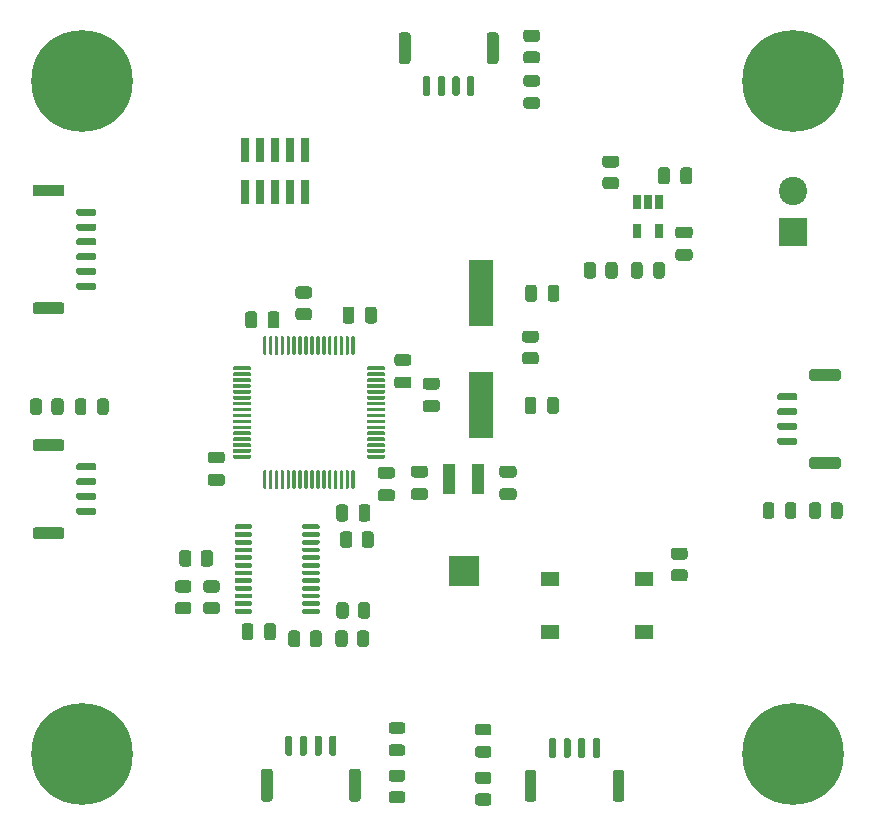
<source format=gbr>
%TF.GenerationSoftware,KiCad,Pcbnew,(5.1.9-0-10_14)*%
%TF.CreationDate,2021-04-28T14:39:26+08:00*%
%TF.ProjectId,TPT_PCB,5450545f-5043-4422-9e6b-696361645f70,rev?*%
%TF.SameCoordinates,Original*%
%TF.FileFunction,Soldermask,Top*%
%TF.FilePolarity,Negative*%
%FSLAX46Y46*%
G04 Gerber Fmt 4.6, Leading zero omitted, Abs format (unit mm)*
G04 Created by KiCad (PCBNEW (5.1.9-0-10_14)) date 2021-04-28 14:39:26*
%MOMM*%
%LPD*%
G01*
G04 APERTURE LIST*
%ADD10R,2.500000X2.500000*%
%ADD11R,1.000000X2.500000*%
%ADD12R,2.100000X5.600000*%
%ADD13R,0.650000X1.220000*%
%ADD14R,1.550000X1.300000*%
%ADD15C,2.400000*%
%ADD16R,2.400000X2.400000*%
%ADD17R,0.750000X2.100000*%
%ADD18C,0.900000*%
%ADD19C,8.600000*%
G04 APERTURE END LIST*
%TO.C,C6*%
G36*
G01*
X178600000Y-72525000D02*
X178600000Y-73475000D01*
G75*
G02*
X178350000Y-73725000I-250000J0D01*
G01*
X177850000Y-73725000D01*
G75*
G02*
X177600000Y-73475000I0J250000D01*
G01*
X177600000Y-72525000D01*
G75*
G02*
X177850000Y-72275000I250000J0D01*
G01*
X178350000Y-72275000D01*
G75*
G02*
X178600000Y-72525000I0J-250000D01*
G01*
G37*
G36*
G01*
X180500000Y-72525000D02*
X180500000Y-73475000D01*
G75*
G02*
X180250000Y-73725000I-250000J0D01*
G01*
X179750000Y-73725000D01*
G75*
G02*
X179500000Y-73475000I0J250000D01*
G01*
X179500000Y-72525000D01*
G75*
G02*
X179750000Y-72275000I250000J0D01*
G01*
X180250000Y-72275000D01*
G75*
G02*
X180500000Y-72525000I0J-250000D01*
G01*
G37*
%TD*%
%TO.C,C11*%
G36*
G01*
X140675000Y-97350000D02*
X139725000Y-97350000D01*
G75*
G02*
X139475000Y-97100000I0J250000D01*
G01*
X139475000Y-96600000D01*
G75*
G02*
X139725000Y-96350000I250000J0D01*
G01*
X140675000Y-96350000D01*
G75*
G02*
X140925000Y-96600000I0J-250000D01*
G01*
X140925000Y-97100000D01*
G75*
G02*
X140675000Y-97350000I-250000J0D01*
G01*
G37*
G36*
G01*
X140675000Y-99250000D02*
X139725000Y-99250000D01*
G75*
G02*
X139475000Y-99000000I0J250000D01*
G01*
X139475000Y-98500000D01*
G75*
G02*
X139725000Y-98250000I250000J0D01*
G01*
X140675000Y-98250000D01*
G75*
G02*
X140925000Y-98500000I0J-250000D01*
G01*
X140925000Y-99000000D01*
G75*
G02*
X140675000Y-99250000I-250000J0D01*
G01*
G37*
%TD*%
%TO.C,R5*%
G36*
G01*
X146287500Y-112650001D02*
X146287500Y-111749999D01*
G75*
G02*
X146537499Y-111500000I249999J0D01*
G01*
X147062501Y-111500000D01*
G75*
G02*
X147312500Y-111749999I0J-249999D01*
G01*
X147312500Y-112650001D01*
G75*
G02*
X147062501Y-112900000I-249999J0D01*
G01*
X146537499Y-112900000D01*
G75*
G02*
X146287500Y-112650001I0J249999D01*
G01*
G37*
G36*
G01*
X148112500Y-112650001D02*
X148112500Y-111749999D01*
G75*
G02*
X148362499Y-111500000I249999J0D01*
G01*
X148887501Y-111500000D01*
G75*
G02*
X149137500Y-111749999I0J-249999D01*
G01*
X149137500Y-112650001D01*
G75*
G02*
X148887501Y-112900000I-249999J0D01*
G01*
X148362499Y-112900000D01*
G75*
G02*
X148112500Y-112650001I0J249999D01*
G01*
G37*
%TD*%
D10*
%TO.C,Y2*%
X161150000Y-106425000D03*
D11*
X159900000Y-98675000D03*
X162400000Y-98675000D03*
%TD*%
D12*
%TO.C,Y1*%
X162600000Y-92400000D03*
X162600000Y-82900000D03*
%TD*%
%TO.C,U3*%
G36*
G01*
X151950000Y-98025000D02*
X151950000Y-99425000D01*
G75*
G02*
X151875000Y-99500000I-75000J0D01*
G01*
X151725000Y-99500000D01*
G75*
G02*
X151650000Y-99425000I0J75000D01*
G01*
X151650000Y-98025000D01*
G75*
G02*
X151725000Y-97950000I75000J0D01*
G01*
X151875000Y-97950000D01*
G75*
G02*
X151950000Y-98025000I0J-75000D01*
G01*
G37*
G36*
G01*
X151450000Y-98025000D02*
X151450000Y-99425000D01*
G75*
G02*
X151375000Y-99500000I-75000J0D01*
G01*
X151225000Y-99500000D01*
G75*
G02*
X151150000Y-99425000I0J75000D01*
G01*
X151150000Y-98025000D01*
G75*
G02*
X151225000Y-97950000I75000J0D01*
G01*
X151375000Y-97950000D01*
G75*
G02*
X151450000Y-98025000I0J-75000D01*
G01*
G37*
G36*
G01*
X150950000Y-98025000D02*
X150950000Y-99425000D01*
G75*
G02*
X150875000Y-99500000I-75000J0D01*
G01*
X150725000Y-99500000D01*
G75*
G02*
X150650000Y-99425000I0J75000D01*
G01*
X150650000Y-98025000D01*
G75*
G02*
X150725000Y-97950000I75000J0D01*
G01*
X150875000Y-97950000D01*
G75*
G02*
X150950000Y-98025000I0J-75000D01*
G01*
G37*
G36*
G01*
X150450000Y-98025000D02*
X150450000Y-99425000D01*
G75*
G02*
X150375000Y-99500000I-75000J0D01*
G01*
X150225000Y-99500000D01*
G75*
G02*
X150150000Y-99425000I0J75000D01*
G01*
X150150000Y-98025000D01*
G75*
G02*
X150225000Y-97950000I75000J0D01*
G01*
X150375000Y-97950000D01*
G75*
G02*
X150450000Y-98025000I0J-75000D01*
G01*
G37*
G36*
G01*
X149950000Y-98025000D02*
X149950000Y-99425000D01*
G75*
G02*
X149875000Y-99500000I-75000J0D01*
G01*
X149725000Y-99500000D01*
G75*
G02*
X149650000Y-99425000I0J75000D01*
G01*
X149650000Y-98025000D01*
G75*
G02*
X149725000Y-97950000I75000J0D01*
G01*
X149875000Y-97950000D01*
G75*
G02*
X149950000Y-98025000I0J-75000D01*
G01*
G37*
G36*
G01*
X149450000Y-98025000D02*
X149450000Y-99425000D01*
G75*
G02*
X149375000Y-99500000I-75000J0D01*
G01*
X149225000Y-99500000D01*
G75*
G02*
X149150000Y-99425000I0J75000D01*
G01*
X149150000Y-98025000D01*
G75*
G02*
X149225000Y-97950000I75000J0D01*
G01*
X149375000Y-97950000D01*
G75*
G02*
X149450000Y-98025000I0J-75000D01*
G01*
G37*
G36*
G01*
X148950000Y-98025000D02*
X148950000Y-99425000D01*
G75*
G02*
X148875000Y-99500000I-75000J0D01*
G01*
X148725000Y-99500000D01*
G75*
G02*
X148650000Y-99425000I0J75000D01*
G01*
X148650000Y-98025000D01*
G75*
G02*
X148725000Y-97950000I75000J0D01*
G01*
X148875000Y-97950000D01*
G75*
G02*
X148950000Y-98025000I0J-75000D01*
G01*
G37*
G36*
G01*
X148450000Y-98025000D02*
X148450000Y-99425000D01*
G75*
G02*
X148375000Y-99500000I-75000J0D01*
G01*
X148225000Y-99500000D01*
G75*
G02*
X148150000Y-99425000I0J75000D01*
G01*
X148150000Y-98025000D01*
G75*
G02*
X148225000Y-97950000I75000J0D01*
G01*
X148375000Y-97950000D01*
G75*
G02*
X148450000Y-98025000I0J-75000D01*
G01*
G37*
G36*
G01*
X147950000Y-98025000D02*
X147950000Y-99425000D01*
G75*
G02*
X147875000Y-99500000I-75000J0D01*
G01*
X147725000Y-99500000D01*
G75*
G02*
X147650000Y-99425000I0J75000D01*
G01*
X147650000Y-98025000D01*
G75*
G02*
X147725000Y-97950000I75000J0D01*
G01*
X147875000Y-97950000D01*
G75*
G02*
X147950000Y-98025000I0J-75000D01*
G01*
G37*
G36*
G01*
X147450000Y-98025000D02*
X147450000Y-99425000D01*
G75*
G02*
X147375000Y-99500000I-75000J0D01*
G01*
X147225000Y-99500000D01*
G75*
G02*
X147150000Y-99425000I0J75000D01*
G01*
X147150000Y-98025000D01*
G75*
G02*
X147225000Y-97950000I75000J0D01*
G01*
X147375000Y-97950000D01*
G75*
G02*
X147450000Y-98025000I0J-75000D01*
G01*
G37*
G36*
G01*
X146950000Y-98025000D02*
X146950000Y-99425000D01*
G75*
G02*
X146875000Y-99500000I-75000J0D01*
G01*
X146725000Y-99500000D01*
G75*
G02*
X146650000Y-99425000I0J75000D01*
G01*
X146650000Y-98025000D01*
G75*
G02*
X146725000Y-97950000I75000J0D01*
G01*
X146875000Y-97950000D01*
G75*
G02*
X146950000Y-98025000I0J-75000D01*
G01*
G37*
G36*
G01*
X146450000Y-98025000D02*
X146450000Y-99425000D01*
G75*
G02*
X146375000Y-99500000I-75000J0D01*
G01*
X146225000Y-99500000D01*
G75*
G02*
X146150000Y-99425000I0J75000D01*
G01*
X146150000Y-98025000D01*
G75*
G02*
X146225000Y-97950000I75000J0D01*
G01*
X146375000Y-97950000D01*
G75*
G02*
X146450000Y-98025000I0J-75000D01*
G01*
G37*
G36*
G01*
X145950000Y-98025000D02*
X145950000Y-99425000D01*
G75*
G02*
X145875000Y-99500000I-75000J0D01*
G01*
X145725000Y-99500000D01*
G75*
G02*
X145650000Y-99425000I0J75000D01*
G01*
X145650000Y-98025000D01*
G75*
G02*
X145725000Y-97950000I75000J0D01*
G01*
X145875000Y-97950000D01*
G75*
G02*
X145950000Y-98025000I0J-75000D01*
G01*
G37*
G36*
G01*
X145450000Y-98025000D02*
X145450000Y-99425000D01*
G75*
G02*
X145375000Y-99500000I-75000J0D01*
G01*
X145225000Y-99500000D01*
G75*
G02*
X145150000Y-99425000I0J75000D01*
G01*
X145150000Y-98025000D01*
G75*
G02*
X145225000Y-97950000I75000J0D01*
G01*
X145375000Y-97950000D01*
G75*
G02*
X145450000Y-98025000I0J-75000D01*
G01*
G37*
G36*
G01*
X144950000Y-98025000D02*
X144950000Y-99425000D01*
G75*
G02*
X144875000Y-99500000I-75000J0D01*
G01*
X144725000Y-99500000D01*
G75*
G02*
X144650000Y-99425000I0J75000D01*
G01*
X144650000Y-98025000D01*
G75*
G02*
X144725000Y-97950000I75000J0D01*
G01*
X144875000Y-97950000D01*
G75*
G02*
X144950000Y-98025000I0J-75000D01*
G01*
G37*
G36*
G01*
X144450000Y-98025000D02*
X144450000Y-99425000D01*
G75*
G02*
X144375000Y-99500000I-75000J0D01*
G01*
X144225000Y-99500000D01*
G75*
G02*
X144150000Y-99425000I0J75000D01*
G01*
X144150000Y-98025000D01*
G75*
G02*
X144225000Y-97950000I75000J0D01*
G01*
X144375000Y-97950000D01*
G75*
G02*
X144450000Y-98025000I0J-75000D01*
G01*
G37*
G36*
G01*
X143150000Y-96725000D02*
X143150000Y-96875000D01*
G75*
G02*
X143075000Y-96950000I-75000J0D01*
G01*
X141675000Y-96950000D01*
G75*
G02*
X141600000Y-96875000I0J75000D01*
G01*
X141600000Y-96725000D01*
G75*
G02*
X141675000Y-96650000I75000J0D01*
G01*
X143075000Y-96650000D01*
G75*
G02*
X143150000Y-96725000I0J-75000D01*
G01*
G37*
G36*
G01*
X143150000Y-96225000D02*
X143150000Y-96375000D01*
G75*
G02*
X143075000Y-96450000I-75000J0D01*
G01*
X141675000Y-96450000D01*
G75*
G02*
X141600000Y-96375000I0J75000D01*
G01*
X141600000Y-96225000D01*
G75*
G02*
X141675000Y-96150000I75000J0D01*
G01*
X143075000Y-96150000D01*
G75*
G02*
X143150000Y-96225000I0J-75000D01*
G01*
G37*
G36*
G01*
X143150000Y-95725000D02*
X143150000Y-95875000D01*
G75*
G02*
X143075000Y-95950000I-75000J0D01*
G01*
X141675000Y-95950000D01*
G75*
G02*
X141600000Y-95875000I0J75000D01*
G01*
X141600000Y-95725000D01*
G75*
G02*
X141675000Y-95650000I75000J0D01*
G01*
X143075000Y-95650000D01*
G75*
G02*
X143150000Y-95725000I0J-75000D01*
G01*
G37*
G36*
G01*
X143150000Y-95225000D02*
X143150000Y-95375000D01*
G75*
G02*
X143075000Y-95450000I-75000J0D01*
G01*
X141675000Y-95450000D01*
G75*
G02*
X141600000Y-95375000I0J75000D01*
G01*
X141600000Y-95225000D01*
G75*
G02*
X141675000Y-95150000I75000J0D01*
G01*
X143075000Y-95150000D01*
G75*
G02*
X143150000Y-95225000I0J-75000D01*
G01*
G37*
G36*
G01*
X143150000Y-94725000D02*
X143150000Y-94875000D01*
G75*
G02*
X143075000Y-94950000I-75000J0D01*
G01*
X141675000Y-94950000D01*
G75*
G02*
X141600000Y-94875000I0J75000D01*
G01*
X141600000Y-94725000D01*
G75*
G02*
X141675000Y-94650000I75000J0D01*
G01*
X143075000Y-94650000D01*
G75*
G02*
X143150000Y-94725000I0J-75000D01*
G01*
G37*
G36*
G01*
X143150000Y-94225000D02*
X143150000Y-94375000D01*
G75*
G02*
X143075000Y-94450000I-75000J0D01*
G01*
X141675000Y-94450000D01*
G75*
G02*
X141600000Y-94375000I0J75000D01*
G01*
X141600000Y-94225000D01*
G75*
G02*
X141675000Y-94150000I75000J0D01*
G01*
X143075000Y-94150000D01*
G75*
G02*
X143150000Y-94225000I0J-75000D01*
G01*
G37*
G36*
G01*
X143150000Y-93725000D02*
X143150000Y-93875000D01*
G75*
G02*
X143075000Y-93950000I-75000J0D01*
G01*
X141675000Y-93950000D01*
G75*
G02*
X141600000Y-93875000I0J75000D01*
G01*
X141600000Y-93725000D01*
G75*
G02*
X141675000Y-93650000I75000J0D01*
G01*
X143075000Y-93650000D01*
G75*
G02*
X143150000Y-93725000I0J-75000D01*
G01*
G37*
G36*
G01*
X143150000Y-93225000D02*
X143150000Y-93375000D01*
G75*
G02*
X143075000Y-93450000I-75000J0D01*
G01*
X141675000Y-93450000D01*
G75*
G02*
X141600000Y-93375000I0J75000D01*
G01*
X141600000Y-93225000D01*
G75*
G02*
X141675000Y-93150000I75000J0D01*
G01*
X143075000Y-93150000D01*
G75*
G02*
X143150000Y-93225000I0J-75000D01*
G01*
G37*
G36*
G01*
X143150000Y-92725000D02*
X143150000Y-92875000D01*
G75*
G02*
X143075000Y-92950000I-75000J0D01*
G01*
X141675000Y-92950000D01*
G75*
G02*
X141600000Y-92875000I0J75000D01*
G01*
X141600000Y-92725000D01*
G75*
G02*
X141675000Y-92650000I75000J0D01*
G01*
X143075000Y-92650000D01*
G75*
G02*
X143150000Y-92725000I0J-75000D01*
G01*
G37*
G36*
G01*
X143150000Y-92225000D02*
X143150000Y-92375000D01*
G75*
G02*
X143075000Y-92450000I-75000J0D01*
G01*
X141675000Y-92450000D01*
G75*
G02*
X141600000Y-92375000I0J75000D01*
G01*
X141600000Y-92225000D01*
G75*
G02*
X141675000Y-92150000I75000J0D01*
G01*
X143075000Y-92150000D01*
G75*
G02*
X143150000Y-92225000I0J-75000D01*
G01*
G37*
G36*
G01*
X143150000Y-91725000D02*
X143150000Y-91875000D01*
G75*
G02*
X143075000Y-91950000I-75000J0D01*
G01*
X141675000Y-91950000D01*
G75*
G02*
X141600000Y-91875000I0J75000D01*
G01*
X141600000Y-91725000D01*
G75*
G02*
X141675000Y-91650000I75000J0D01*
G01*
X143075000Y-91650000D01*
G75*
G02*
X143150000Y-91725000I0J-75000D01*
G01*
G37*
G36*
G01*
X143150000Y-91225000D02*
X143150000Y-91375000D01*
G75*
G02*
X143075000Y-91450000I-75000J0D01*
G01*
X141675000Y-91450000D01*
G75*
G02*
X141600000Y-91375000I0J75000D01*
G01*
X141600000Y-91225000D01*
G75*
G02*
X141675000Y-91150000I75000J0D01*
G01*
X143075000Y-91150000D01*
G75*
G02*
X143150000Y-91225000I0J-75000D01*
G01*
G37*
G36*
G01*
X143150000Y-90725000D02*
X143150000Y-90875000D01*
G75*
G02*
X143075000Y-90950000I-75000J0D01*
G01*
X141675000Y-90950000D01*
G75*
G02*
X141600000Y-90875000I0J75000D01*
G01*
X141600000Y-90725000D01*
G75*
G02*
X141675000Y-90650000I75000J0D01*
G01*
X143075000Y-90650000D01*
G75*
G02*
X143150000Y-90725000I0J-75000D01*
G01*
G37*
G36*
G01*
X143150000Y-90225000D02*
X143150000Y-90375000D01*
G75*
G02*
X143075000Y-90450000I-75000J0D01*
G01*
X141675000Y-90450000D01*
G75*
G02*
X141600000Y-90375000I0J75000D01*
G01*
X141600000Y-90225000D01*
G75*
G02*
X141675000Y-90150000I75000J0D01*
G01*
X143075000Y-90150000D01*
G75*
G02*
X143150000Y-90225000I0J-75000D01*
G01*
G37*
G36*
G01*
X143150000Y-89725000D02*
X143150000Y-89875000D01*
G75*
G02*
X143075000Y-89950000I-75000J0D01*
G01*
X141675000Y-89950000D01*
G75*
G02*
X141600000Y-89875000I0J75000D01*
G01*
X141600000Y-89725000D01*
G75*
G02*
X141675000Y-89650000I75000J0D01*
G01*
X143075000Y-89650000D01*
G75*
G02*
X143150000Y-89725000I0J-75000D01*
G01*
G37*
G36*
G01*
X143150000Y-89225000D02*
X143150000Y-89375000D01*
G75*
G02*
X143075000Y-89450000I-75000J0D01*
G01*
X141675000Y-89450000D01*
G75*
G02*
X141600000Y-89375000I0J75000D01*
G01*
X141600000Y-89225000D01*
G75*
G02*
X141675000Y-89150000I75000J0D01*
G01*
X143075000Y-89150000D01*
G75*
G02*
X143150000Y-89225000I0J-75000D01*
G01*
G37*
G36*
G01*
X144450000Y-86675000D02*
X144450000Y-88075000D01*
G75*
G02*
X144375000Y-88150000I-75000J0D01*
G01*
X144225000Y-88150000D01*
G75*
G02*
X144150000Y-88075000I0J75000D01*
G01*
X144150000Y-86675000D01*
G75*
G02*
X144225000Y-86600000I75000J0D01*
G01*
X144375000Y-86600000D01*
G75*
G02*
X144450000Y-86675000I0J-75000D01*
G01*
G37*
G36*
G01*
X144950000Y-86675000D02*
X144950000Y-88075000D01*
G75*
G02*
X144875000Y-88150000I-75000J0D01*
G01*
X144725000Y-88150000D01*
G75*
G02*
X144650000Y-88075000I0J75000D01*
G01*
X144650000Y-86675000D01*
G75*
G02*
X144725000Y-86600000I75000J0D01*
G01*
X144875000Y-86600000D01*
G75*
G02*
X144950000Y-86675000I0J-75000D01*
G01*
G37*
G36*
G01*
X145450000Y-86675000D02*
X145450000Y-88075000D01*
G75*
G02*
X145375000Y-88150000I-75000J0D01*
G01*
X145225000Y-88150000D01*
G75*
G02*
X145150000Y-88075000I0J75000D01*
G01*
X145150000Y-86675000D01*
G75*
G02*
X145225000Y-86600000I75000J0D01*
G01*
X145375000Y-86600000D01*
G75*
G02*
X145450000Y-86675000I0J-75000D01*
G01*
G37*
G36*
G01*
X145950000Y-86675000D02*
X145950000Y-88075000D01*
G75*
G02*
X145875000Y-88150000I-75000J0D01*
G01*
X145725000Y-88150000D01*
G75*
G02*
X145650000Y-88075000I0J75000D01*
G01*
X145650000Y-86675000D01*
G75*
G02*
X145725000Y-86600000I75000J0D01*
G01*
X145875000Y-86600000D01*
G75*
G02*
X145950000Y-86675000I0J-75000D01*
G01*
G37*
G36*
G01*
X146450000Y-86675000D02*
X146450000Y-88075000D01*
G75*
G02*
X146375000Y-88150000I-75000J0D01*
G01*
X146225000Y-88150000D01*
G75*
G02*
X146150000Y-88075000I0J75000D01*
G01*
X146150000Y-86675000D01*
G75*
G02*
X146225000Y-86600000I75000J0D01*
G01*
X146375000Y-86600000D01*
G75*
G02*
X146450000Y-86675000I0J-75000D01*
G01*
G37*
G36*
G01*
X146950000Y-86675000D02*
X146950000Y-88075000D01*
G75*
G02*
X146875000Y-88150000I-75000J0D01*
G01*
X146725000Y-88150000D01*
G75*
G02*
X146650000Y-88075000I0J75000D01*
G01*
X146650000Y-86675000D01*
G75*
G02*
X146725000Y-86600000I75000J0D01*
G01*
X146875000Y-86600000D01*
G75*
G02*
X146950000Y-86675000I0J-75000D01*
G01*
G37*
G36*
G01*
X147450000Y-86675000D02*
X147450000Y-88075000D01*
G75*
G02*
X147375000Y-88150000I-75000J0D01*
G01*
X147225000Y-88150000D01*
G75*
G02*
X147150000Y-88075000I0J75000D01*
G01*
X147150000Y-86675000D01*
G75*
G02*
X147225000Y-86600000I75000J0D01*
G01*
X147375000Y-86600000D01*
G75*
G02*
X147450000Y-86675000I0J-75000D01*
G01*
G37*
G36*
G01*
X147950000Y-86675000D02*
X147950000Y-88075000D01*
G75*
G02*
X147875000Y-88150000I-75000J0D01*
G01*
X147725000Y-88150000D01*
G75*
G02*
X147650000Y-88075000I0J75000D01*
G01*
X147650000Y-86675000D01*
G75*
G02*
X147725000Y-86600000I75000J0D01*
G01*
X147875000Y-86600000D01*
G75*
G02*
X147950000Y-86675000I0J-75000D01*
G01*
G37*
G36*
G01*
X148450000Y-86675000D02*
X148450000Y-88075000D01*
G75*
G02*
X148375000Y-88150000I-75000J0D01*
G01*
X148225000Y-88150000D01*
G75*
G02*
X148150000Y-88075000I0J75000D01*
G01*
X148150000Y-86675000D01*
G75*
G02*
X148225000Y-86600000I75000J0D01*
G01*
X148375000Y-86600000D01*
G75*
G02*
X148450000Y-86675000I0J-75000D01*
G01*
G37*
G36*
G01*
X148950000Y-86675000D02*
X148950000Y-88075000D01*
G75*
G02*
X148875000Y-88150000I-75000J0D01*
G01*
X148725000Y-88150000D01*
G75*
G02*
X148650000Y-88075000I0J75000D01*
G01*
X148650000Y-86675000D01*
G75*
G02*
X148725000Y-86600000I75000J0D01*
G01*
X148875000Y-86600000D01*
G75*
G02*
X148950000Y-86675000I0J-75000D01*
G01*
G37*
G36*
G01*
X149450000Y-86675000D02*
X149450000Y-88075000D01*
G75*
G02*
X149375000Y-88150000I-75000J0D01*
G01*
X149225000Y-88150000D01*
G75*
G02*
X149150000Y-88075000I0J75000D01*
G01*
X149150000Y-86675000D01*
G75*
G02*
X149225000Y-86600000I75000J0D01*
G01*
X149375000Y-86600000D01*
G75*
G02*
X149450000Y-86675000I0J-75000D01*
G01*
G37*
G36*
G01*
X149950000Y-86675000D02*
X149950000Y-88075000D01*
G75*
G02*
X149875000Y-88150000I-75000J0D01*
G01*
X149725000Y-88150000D01*
G75*
G02*
X149650000Y-88075000I0J75000D01*
G01*
X149650000Y-86675000D01*
G75*
G02*
X149725000Y-86600000I75000J0D01*
G01*
X149875000Y-86600000D01*
G75*
G02*
X149950000Y-86675000I0J-75000D01*
G01*
G37*
G36*
G01*
X150450000Y-86675000D02*
X150450000Y-88075000D01*
G75*
G02*
X150375000Y-88150000I-75000J0D01*
G01*
X150225000Y-88150000D01*
G75*
G02*
X150150000Y-88075000I0J75000D01*
G01*
X150150000Y-86675000D01*
G75*
G02*
X150225000Y-86600000I75000J0D01*
G01*
X150375000Y-86600000D01*
G75*
G02*
X150450000Y-86675000I0J-75000D01*
G01*
G37*
G36*
G01*
X150950000Y-86675000D02*
X150950000Y-88075000D01*
G75*
G02*
X150875000Y-88150000I-75000J0D01*
G01*
X150725000Y-88150000D01*
G75*
G02*
X150650000Y-88075000I0J75000D01*
G01*
X150650000Y-86675000D01*
G75*
G02*
X150725000Y-86600000I75000J0D01*
G01*
X150875000Y-86600000D01*
G75*
G02*
X150950000Y-86675000I0J-75000D01*
G01*
G37*
G36*
G01*
X151450000Y-86675000D02*
X151450000Y-88075000D01*
G75*
G02*
X151375000Y-88150000I-75000J0D01*
G01*
X151225000Y-88150000D01*
G75*
G02*
X151150000Y-88075000I0J75000D01*
G01*
X151150000Y-86675000D01*
G75*
G02*
X151225000Y-86600000I75000J0D01*
G01*
X151375000Y-86600000D01*
G75*
G02*
X151450000Y-86675000I0J-75000D01*
G01*
G37*
G36*
G01*
X151950000Y-86675000D02*
X151950000Y-88075000D01*
G75*
G02*
X151875000Y-88150000I-75000J0D01*
G01*
X151725000Y-88150000D01*
G75*
G02*
X151650000Y-88075000I0J75000D01*
G01*
X151650000Y-86675000D01*
G75*
G02*
X151725000Y-86600000I75000J0D01*
G01*
X151875000Y-86600000D01*
G75*
G02*
X151950000Y-86675000I0J-75000D01*
G01*
G37*
G36*
G01*
X154500000Y-89225000D02*
X154500000Y-89375000D01*
G75*
G02*
X154425000Y-89450000I-75000J0D01*
G01*
X153025000Y-89450000D01*
G75*
G02*
X152950000Y-89375000I0J75000D01*
G01*
X152950000Y-89225000D01*
G75*
G02*
X153025000Y-89150000I75000J0D01*
G01*
X154425000Y-89150000D01*
G75*
G02*
X154500000Y-89225000I0J-75000D01*
G01*
G37*
G36*
G01*
X154500000Y-89725000D02*
X154500000Y-89875000D01*
G75*
G02*
X154425000Y-89950000I-75000J0D01*
G01*
X153025000Y-89950000D01*
G75*
G02*
X152950000Y-89875000I0J75000D01*
G01*
X152950000Y-89725000D01*
G75*
G02*
X153025000Y-89650000I75000J0D01*
G01*
X154425000Y-89650000D01*
G75*
G02*
X154500000Y-89725000I0J-75000D01*
G01*
G37*
G36*
G01*
X154500000Y-90225000D02*
X154500000Y-90375000D01*
G75*
G02*
X154425000Y-90450000I-75000J0D01*
G01*
X153025000Y-90450000D01*
G75*
G02*
X152950000Y-90375000I0J75000D01*
G01*
X152950000Y-90225000D01*
G75*
G02*
X153025000Y-90150000I75000J0D01*
G01*
X154425000Y-90150000D01*
G75*
G02*
X154500000Y-90225000I0J-75000D01*
G01*
G37*
G36*
G01*
X154500000Y-90725000D02*
X154500000Y-90875000D01*
G75*
G02*
X154425000Y-90950000I-75000J0D01*
G01*
X153025000Y-90950000D01*
G75*
G02*
X152950000Y-90875000I0J75000D01*
G01*
X152950000Y-90725000D01*
G75*
G02*
X153025000Y-90650000I75000J0D01*
G01*
X154425000Y-90650000D01*
G75*
G02*
X154500000Y-90725000I0J-75000D01*
G01*
G37*
G36*
G01*
X154500000Y-91225000D02*
X154500000Y-91375000D01*
G75*
G02*
X154425000Y-91450000I-75000J0D01*
G01*
X153025000Y-91450000D01*
G75*
G02*
X152950000Y-91375000I0J75000D01*
G01*
X152950000Y-91225000D01*
G75*
G02*
X153025000Y-91150000I75000J0D01*
G01*
X154425000Y-91150000D01*
G75*
G02*
X154500000Y-91225000I0J-75000D01*
G01*
G37*
G36*
G01*
X154500000Y-91725000D02*
X154500000Y-91875000D01*
G75*
G02*
X154425000Y-91950000I-75000J0D01*
G01*
X153025000Y-91950000D01*
G75*
G02*
X152950000Y-91875000I0J75000D01*
G01*
X152950000Y-91725000D01*
G75*
G02*
X153025000Y-91650000I75000J0D01*
G01*
X154425000Y-91650000D01*
G75*
G02*
X154500000Y-91725000I0J-75000D01*
G01*
G37*
G36*
G01*
X154500000Y-92225000D02*
X154500000Y-92375000D01*
G75*
G02*
X154425000Y-92450000I-75000J0D01*
G01*
X153025000Y-92450000D01*
G75*
G02*
X152950000Y-92375000I0J75000D01*
G01*
X152950000Y-92225000D01*
G75*
G02*
X153025000Y-92150000I75000J0D01*
G01*
X154425000Y-92150000D01*
G75*
G02*
X154500000Y-92225000I0J-75000D01*
G01*
G37*
G36*
G01*
X154500000Y-92725000D02*
X154500000Y-92875000D01*
G75*
G02*
X154425000Y-92950000I-75000J0D01*
G01*
X153025000Y-92950000D01*
G75*
G02*
X152950000Y-92875000I0J75000D01*
G01*
X152950000Y-92725000D01*
G75*
G02*
X153025000Y-92650000I75000J0D01*
G01*
X154425000Y-92650000D01*
G75*
G02*
X154500000Y-92725000I0J-75000D01*
G01*
G37*
G36*
G01*
X154500000Y-93225000D02*
X154500000Y-93375000D01*
G75*
G02*
X154425000Y-93450000I-75000J0D01*
G01*
X153025000Y-93450000D01*
G75*
G02*
X152950000Y-93375000I0J75000D01*
G01*
X152950000Y-93225000D01*
G75*
G02*
X153025000Y-93150000I75000J0D01*
G01*
X154425000Y-93150000D01*
G75*
G02*
X154500000Y-93225000I0J-75000D01*
G01*
G37*
G36*
G01*
X154500000Y-93725000D02*
X154500000Y-93875000D01*
G75*
G02*
X154425000Y-93950000I-75000J0D01*
G01*
X153025000Y-93950000D01*
G75*
G02*
X152950000Y-93875000I0J75000D01*
G01*
X152950000Y-93725000D01*
G75*
G02*
X153025000Y-93650000I75000J0D01*
G01*
X154425000Y-93650000D01*
G75*
G02*
X154500000Y-93725000I0J-75000D01*
G01*
G37*
G36*
G01*
X154500000Y-94225000D02*
X154500000Y-94375000D01*
G75*
G02*
X154425000Y-94450000I-75000J0D01*
G01*
X153025000Y-94450000D01*
G75*
G02*
X152950000Y-94375000I0J75000D01*
G01*
X152950000Y-94225000D01*
G75*
G02*
X153025000Y-94150000I75000J0D01*
G01*
X154425000Y-94150000D01*
G75*
G02*
X154500000Y-94225000I0J-75000D01*
G01*
G37*
G36*
G01*
X154500000Y-94725000D02*
X154500000Y-94875000D01*
G75*
G02*
X154425000Y-94950000I-75000J0D01*
G01*
X153025000Y-94950000D01*
G75*
G02*
X152950000Y-94875000I0J75000D01*
G01*
X152950000Y-94725000D01*
G75*
G02*
X153025000Y-94650000I75000J0D01*
G01*
X154425000Y-94650000D01*
G75*
G02*
X154500000Y-94725000I0J-75000D01*
G01*
G37*
G36*
G01*
X154500000Y-95225000D02*
X154500000Y-95375000D01*
G75*
G02*
X154425000Y-95450000I-75000J0D01*
G01*
X153025000Y-95450000D01*
G75*
G02*
X152950000Y-95375000I0J75000D01*
G01*
X152950000Y-95225000D01*
G75*
G02*
X153025000Y-95150000I75000J0D01*
G01*
X154425000Y-95150000D01*
G75*
G02*
X154500000Y-95225000I0J-75000D01*
G01*
G37*
G36*
G01*
X154500000Y-95725000D02*
X154500000Y-95875000D01*
G75*
G02*
X154425000Y-95950000I-75000J0D01*
G01*
X153025000Y-95950000D01*
G75*
G02*
X152950000Y-95875000I0J75000D01*
G01*
X152950000Y-95725000D01*
G75*
G02*
X153025000Y-95650000I75000J0D01*
G01*
X154425000Y-95650000D01*
G75*
G02*
X154500000Y-95725000I0J-75000D01*
G01*
G37*
G36*
G01*
X154500000Y-96225000D02*
X154500000Y-96375000D01*
G75*
G02*
X154425000Y-96450000I-75000J0D01*
G01*
X153025000Y-96450000D01*
G75*
G02*
X152950000Y-96375000I0J75000D01*
G01*
X152950000Y-96225000D01*
G75*
G02*
X153025000Y-96150000I75000J0D01*
G01*
X154425000Y-96150000D01*
G75*
G02*
X154500000Y-96225000I0J-75000D01*
G01*
G37*
G36*
G01*
X154500000Y-96725000D02*
X154500000Y-96875000D01*
G75*
G02*
X154425000Y-96950000I-75000J0D01*
G01*
X153025000Y-96950000D01*
G75*
G02*
X152950000Y-96875000I0J75000D01*
G01*
X152950000Y-96725000D01*
G75*
G02*
X153025000Y-96650000I75000J0D01*
G01*
X154425000Y-96650000D01*
G75*
G02*
X154500000Y-96725000I0J-75000D01*
G01*
G37*
%TD*%
D13*
%TO.C,U2*%
X177690000Y-75205000D03*
X176750000Y-75205000D03*
X175810000Y-75205000D03*
X175810000Y-77695000D03*
X177690000Y-77695000D03*
%TD*%
%TO.C,U1*%
G36*
G01*
X148950000Y-109775000D02*
X148950000Y-109975000D01*
G75*
G02*
X148850000Y-110075000I-100000J0D01*
G01*
X147575000Y-110075000D01*
G75*
G02*
X147475000Y-109975000I0J100000D01*
G01*
X147475000Y-109775000D01*
G75*
G02*
X147575000Y-109675000I100000J0D01*
G01*
X148850000Y-109675000D01*
G75*
G02*
X148950000Y-109775000I0J-100000D01*
G01*
G37*
G36*
G01*
X148950000Y-109125000D02*
X148950000Y-109325000D01*
G75*
G02*
X148850000Y-109425000I-100000J0D01*
G01*
X147575000Y-109425000D01*
G75*
G02*
X147475000Y-109325000I0J100000D01*
G01*
X147475000Y-109125000D01*
G75*
G02*
X147575000Y-109025000I100000J0D01*
G01*
X148850000Y-109025000D01*
G75*
G02*
X148950000Y-109125000I0J-100000D01*
G01*
G37*
G36*
G01*
X148950000Y-108475000D02*
X148950000Y-108675000D01*
G75*
G02*
X148850000Y-108775000I-100000J0D01*
G01*
X147575000Y-108775000D01*
G75*
G02*
X147475000Y-108675000I0J100000D01*
G01*
X147475000Y-108475000D01*
G75*
G02*
X147575000Y-108375000I100000J0D01*
G01*
X148850000Y-108375000D01*
G75*
G02*
X148950000Y-108475000I0J-100000D01*
G01*
G37*
G36*
G01*
X148950000Y-107825000D02*
X148950000Y-108025000D01*
G75*
G02*
X148850000Y-108125000I-100000J0D01*
G01*
X147575000Y-108125000D01*
G75*
G02*
X147475000Y-108025000I0J100000D01*
G01*
X147475000Y-107825000D01*
G75*
G02*
X147575000Y-107725000I100000J0D01*
G01*
X148850000Y-107725000D01*
G75*
G02*
X148950000Y-107825000I0J-100000D01*
G01*
G37*
G36*
G01*
X148950000Y-107175000D02*
X148950000Y-107375000D01*
G75*
G02*
X148850000Y-107475000I-100000J0D01*
G01*
X147575000Y-107475000D01*
G75*
G02*
X147475000Y-107375000I0J100000D01*
G01*
X147475000Y-107175000D01*
G75*
G02*
X147575000Y-107075000I100000J0D01*
G01*
X148850000Y-107075000D01*
G75*
G02*
X148950000Y-107175000I0J-100000D01*
G01*
G37*
G36*
G01*
X148950000Y-106525000D02*
X148950000Y-106725000D01*
G75*
G02*
X148850000Y-106825000I-100000J0D01*
G01*
X147575000Y-106825000D01*
G75*
G02*
X147475000Y-106725000I0J100000D01*
G01*
X147475000Y-106525000D01*
G75*
G02*
X147575000Y-106425000I100000J0D01*
G01*
X148850000Y-106425000D01*
G75*
G02*
X148950000Y-106525000I0J-100000D01*
G01*
G37*
G36*
G01*
X148950000Y-105875000D02*
X148950000Y-106075000D01*
G75*
G02*
X148850000Y-106175000I-100000J0D01*
G01*
X147575000Y-106175000D01*
G75*
G02*
X147475000Y-106075000I0J100000D01*
G01*
X147475000Y-105875000D01*
G75*
G02*
X147575000Y-105775000I100000J0D01*
G01*
X148850000Y-105775000D01*
G75*
G02*
X148950000Y-105875000I0J-100000D01*
G01*
G37*
G36*
G01*
X148950000Y-105225000D02*
X148950000Y-105425000D01*
G75*
G02*
X148850000Y-105525000I-100000J0D01*
G01*
X147575000Y-105525000D01*
G75*
G02*
X147475000Y-105425000I0J100000D01*
G01*
X147475000Y-105225000D01*
G75*
G02*
X147575000Y-105125000I100000J0D01*
G01*
X148850000Y-105125000D01*
G75*
G02*
X148950000Y-105225000I0J-100000D01*
G01*
G37*
G36*
G01*
X148950000Y-104575000D02*
X148950000Y-104775000D01*
G75*
G02*
X148850000Y-104875000I-100000J0D01*
G01*
X147575000Y-104875000D01*
G75*
G02*
X147475000Y-104775000I0J100000D01*
G01*
X147475000Y-104575000D01*
G75*
G02*
X147575000Y-104475000I100000J0D01*
G01*
X148850000Y-104475000D01*
G75*
G02*
X148950000Y-104575000I0J-100000D01*
G01*
G37*
G36*
G01*
X148950000Y-103925000D02*
X148950000Y-104125000D01*
G75*
G02*
X148850000Y-104225000I-100000J0D01*
G01*
X147575000Y-104225000D01*
G75*
G02*
X147475000Y-104125000I0J100000D01*
G01*
X147475000Y-103925000D01*
G75*
G02*
X147575000Y-103825000I100000J0D01*
G01*
X148850000Y-103825000D01*
G75*
G02*
X148950000Y-103925000I0J-100000D01*
G01*
G37*
G36*
G01*
X148950000Y-103275000D02*
X148950000Y-103475000D01*
G75*
G02*
X148850000Y-103575000I-100000J0D01*
G01*
X147575000Y-103575000D01*
G75*
G02*
X147475000Y-103475000I0J100000D01*
G01*
X147475000Y-103275000D01*
G75*
G02*
X147575000Y-103175000I100000J0D01*
G01*
X148850000Y-103175000D01*
G75*
G02*
X148950000Y-103275000I0J-100000D01*
G01*
G37*
G36*
G01*
X148950000Y-102625000D02*
X148950000Y-102825000D01*
G75*
G02*
X148850000Y-102925000I-100000J0D01*
G01*
X147575000Y-102925000D01*
G75*
G02*
X147475000Y-102825000I0J100000D01*
G01*
X147475000Y-102625000D01*
G75*
G02*
X147575000Y-102525000I100000J0D01*
G01*
X148850000Y-102525000D01*
G75*
G02*
X148950000Y-102625000I0J-100000D01*
G01*
G37*
G36*
G01*
X143225000Y-102625000D02*
X143225000Y-102825000D01*
G75*
G02*
X143125000Y-102925000I-100000J0D01*
G01*
X141850000Y-102925000D01*
G75*
G02*
X141750000Y-102825000I0J100000D01*
G01*
X141750000Y-102625000D01*
G75*
G02*
X141850000Y-102525000I100000J0D01*
G01*
X143125000Y-102525000D01*
G75*
G02*
X143225000Y-102625000I0J-100000D01*
G01*
G37*
G36*
G01*
X143225000Y-103275000D02*
X143225000Y-103475000D01*
G75*
G02*
X143125000Y-103575000I-100000J0D01*
G01*
X141850000Y-103575000D01*
G75*
G02*
X141750000Y-103475000I0J100000D01*
G01*
X141750000Y-103275000D01*
G75*
G02*
X141850000Y-103175000I100000J0D01*
G01*
X143125000Y-103175000D01*
G75*
G02*
X143225000Y-103275000I0J-100000D01*
G01*
G37*
G36*
G01*
X143225000Y-103925000D02*
X143225000Y-104125000D01*
G75*
G02*
X143125000Y-104225000I-100000J0D01*
G01*
X141850000Y-104225000D01*
G75*
G02*
X141750000Y-104125000I0J100000D01*
G01*
X141750000Y-103925000D01*
G75*
G02*
X141850000Y-103825000I100000J0D01*
G01*
X143125000Y-103825000D01*
G75*
G02*
X143225000Y-103925000I0J-100000D01*
G01*
G37*
G36*
G01*
X143225000Y-104575000D02*
X143225000Y-104775000D01*
G75*
G02*
X143125000Y-104875000I-100000J0D01*
G01*
X141850000Y-104875000D01*
G75*
G02*
X141750000Y-104775000I0J100000D01*
G01*
X141750000Y-104575000D01*
G75*
G02*
X141850000Y-104475000I100000J0D01*
G01*
X143125000Y-104475000D01*
G75*
G02*
X143225000Y-104575000I0J-100000D01*
G01*
G37*
G36*
G01*
X143225000Y-105225000D02*
X143225000Y-105425000D01*
G75*
G02*
X143125000Y-105525000I-100000J0D01*
G01*
X141850000Y-105525000D01*
G75*
G02*
X141750000Y-105425000I0J100000D01*
G01*
X141750000Y-105225000D01*
G75*
G02*
X141850000Y-105125000I100000J0D01*
G01*
X143125000Y-105125000D01*
G75*
G02*
X143225000Y-105225000I0J-100000D01*
G01*
G37*
G36*
G01*
X143225000Y-105875000D02*
X143225000Y-106075000D01*
G75*
G02*
X143125000Y-106175000I-100000J0D01*
G01*
X141850000Y-106175000D01*
G75*
G02*
X141750000Y-106075000I0J100000D01*
G01*
X141750000Y-105875000D01*
G75*
G02*
X141850000Y-105775000I100000J0D01*
G01*
X143125000Y-105775000D01*
G75*
G02*
X143225000Y-105875000I0J-100000D01*
G01*
G37*
G36*
G01*
X143225000Y-106525000D02*
X143225000Y-106725000D01*
G75*
G02*
X143125000Y-106825000I-100000J0D01*
G01*
X141850000Y-106825000D01*
G75*
G02*
X141750000Y-106725000I0J100000D01*
G01*
X141750000Y-106525000D01*
G75*
G02*
X141850000Y-106425000I100000J0D01*
G01*
X143125000Y-106425000D01*
G75*
G02*
X143225000Y-106525000I0J-100000D01*
G01*
G37*
G36*
G01*
X143225000Y-107175000D02*
X143225000Y-107375000D01*
G75*
G02*
X143125000Y-107475000I-100000J0D01*
G01*
X141850000Y-107475000D01*
G75*
G02*
X141750000Y-107375000I0J100000D01*
G01*
X141750000Y-107175000D01*
G75*
G02*
X141850000Y-107075000I100000J0D01*
G01*
X143125000Y-107075000D01*
G75*
G02*
X143225000Y-107175000I0J-100000D01*
G01*
G37*
G36*
G01*
X143225000Y-107825000D02*
X143225000Y-108025000D01*
G75*
G02*
X143125000Y-108125000I-100000J0D01*
G01*
X141850000Y-108125000D01*
G75*
G02*
X141750000Y-108025000I0J100000D01*
G01*
X141750000Y-107825000D01*
G75*
G02*
X141850000Y-107725000I100000J0D01*
G01*
X143125000Y-107725000D01*
G75*
G02*
X143225000Y-107825000I0J-100000D01*
G01*
G37*
G36*
G01*
X143225000Y-108475000D02*
X143225000Y-108675000D01*
G75*
G02*
X143125000Y-108775000I-100000J0D01*
G01*
X141850000Y-108775000D01*
G75*
G02*
X141750000Y-108675000I0J100000D01*
G01*
X141750000Y-108475000D01*
G75*
G02*
X141850000Y-108375000I100000J0D01*
G01*
X143125000Y-108375000D01*
G75*
G02*
X143225000Y-108475000I0J-100000D01*
G01*
G37*
G36*
G01*
X143225000Y-109125000D02*
X143225000Y-109325000D01*
G75*
G02*
X143125000Y-109425000I-100000J0D01*
G01*
X141850000Y-109425000D01*
G75*
G02*
X141750000Y-109325000I0J100000D01*
G01*
X141750000Y-109125000D01*
G75*
G02*
X141850000Y-109025000I100000J0D01*
G01*
X143125000Y-109025000D01*
G75*
G02*
X143225000Y-109125000I0J-100000D01*
G01*
G37*
G36*
G01*
X143225000Y-109775000D02*
X143225000Y-109975000D01*
G75*
G02*
X143125000Y-110075000I-100000J0D01*
G01*
X141850000Y-110075000D01*
G75*
G02*
X141750000Y-109975000I0J100000D01*
G01*
X141750000Y-109775000D01*
G75*
G02*
X141850000Y-109675000I100000J0D01*
G01*
X143125000Y-109675000D01*
G75*
G02*
X143225000Y-109775000I0J-100000D01*
G01*
G37*
%TD*%
D14*
%TO.C,SW1*%
X168425000Y-111650000D03*
X168425000Y-107150000D03*
X176375000Y-107150000D03*
X176375000Y-111650000D03*
%TD*%
%TO.C,R16*%
G36*
G01*
X172350000Y-80549999D02*
X172350000Y-81450001D01*
G75*
G02*
X172100001Y-81700000I-249999J0D01*
G01*
X171574999Y-81700000D01*
G75*
G02*
X171325000Y-81450001I0J249999D01*
G01*
X171325000Y-80549999D01*
G75*
G02*
X171574999Y-80300000I249999J0D01*
G01*
X172100001Y-80300000D01*
G75*
G02*
X172350000Y-80549999I0J-249999D01*
G01*
G37*
G36*
G01*
X174175000Y-80549999D02*
X174175000Y-81450001D01*
G75*
G02*
X173925001Y-81700000I-249999J0D01*
G01*
X173399999Y-81700000D01*
G75*
G02*
X173150000Y-81450001I0J249999D01*
G01*
X173150000Y-80549999D01*
G75*
G02*
X173399999Y-80300000I249999J0D01*
G01*
X173925001Y-80300000D01*
G75*
G02*
X174175000Y-80549999I0J-249999D01*
G01*
G37*
%TD*%
%TO.C,R15*%
G36*
G01*
X167350001Y-61662500D02*
X166449999Y-61662500D01*
G75*
G02*
X166200000Y-61412501I0J249999D01*
G01*
X166200000Y-60887499D01*
G75*
G02*
X166449999Y-60637500I249999J0D01*
G01*
X167350001Y-60637500D01*
G75*
G02*
X167600000Y-60887499I0J-249999D01*
G01*
X167600000Y-61412501D01*
G75*
G02*
X167350001Y-61662500I-249999J0D01*
G01*
G37*
G36*
G01*
X167350001Y-63487500D02*
X166449999Y-63487500D01*
G75*
G02*
X166200000Y-63237501I0J249999D01*
G01*
X166200000Y-62712499D01*
G75*
G02*
X166449999Y-62462500I249999J0D01*
G01*
X167350001Y-62462500D01*
G75*
G02*
X167600000Y-62712499I0J-249999D01*
G01*
X167600000Y-63237501D01*
G75*
G02*
X167350001Y-63487500I-249999J0D01*
G01*
G37*
%TD*%
%TO.C,R14*%
G36*
G01*
X155049999Y-125100000D02*
X155950001Y-125100000D01*
G75*
G02*
X156200000Y-125349999I0J-249999D01*
G01*
X156200000Y-125875001D01*
G75*
G02*
X155950001Y-126125000I-249999J0D01*
G01*
X155049999Y-126125000D01*
G75*
G02*
X154800000Y-125875001I0J249999D01*
G01*
X154800000Y-125349999D01*
G75*
G02*
X155049999Y-125100000I249999J0D01*
G01*
G37*
G36*
G01*
X155049999Y-123275000D02*
X155950001Y-123275000D01*
G75*
G02*
X156200000Y-123524999I0J-249999D01*
G01*
X156200000Y-124050001D01*
G75*
G02*
X155950001Y-124300000I-249999J0D01*
G01*
X155049999Y-124300000D01*
G75*
G02*
X154800000Y-124050001I0J249999D01*
G01*
X154800000Y-123524999D01*
G75*
G02*
X155049999Y-123275000I249999J0D01*
G01*
G37*
%TD*%
%TO.C,R13*%
G36*
G01*
X125450000Y-92099999D02*
X125450000Y-93000001D01*
G75*
G02*
X125200001Y-93250000I-249999J0D01*
G01*
X124674999Y-93250000D01*
G75*
G02*
X124425000Y-93000001I0J249999D01*
G01*
X124425000Y-92099999D01*
G75*
G02*
X124674999Y-91850000I249999J0D01*
G01*
X125200001Y-91850000D01*
G75*
G02*
X125450000Y-92099999I0J-249999D01*
G01*
G37*
G36*
G01*
X127275000Y-92099999D02*
X127275000Y-93000001D01*
G75*
G02*
X127025001Y-93250000I-249999J0D01*
G01*
X126499999Y-93250000D01*
G75*
G02*
X126250000Y-93000001I0J249999D01*
G01*
X126250000Y-92099999D01*
G75*
G02*
X126499999Y-91850000I249999J0D01*
G01*
X127025001Y-91850000D01*
G75*
G02*
X127275000Y-92099999I0J-249999D01*
G01*
G37*
%TD*%
%TO.C,R12*%
G36*
G01*
X192212500Y-101800001D02*
X192212500Y-100899999D01*
G75*
G02*
X192462499Y-100650000I249999J0D01*
G01*
X192987501Y-100650000D01*
G75*
G02*
X193237500Y-100899999I0J-249999D01*
G01*
X193237500Y-101800001D01*
G75*
G02*
X192987501Y-102050000I-249999J0D01*
G01*
X192462499Y-102050000D01*
G75*
G02*
X192212500Y-101800001I0J249999D01*
G01*
G37*
G36*
G01*
X190387500Y-101800001D02*
X190387500Y-100899999D01*
G75*
G02*
X190637499Y-100650000I249999J0D01*
G01*
X191162501Y-100650000D01*
G75*
G02*
X191412500Y-100899999I0J-249999D01*
G01*
X191412500Y-101800001D01*
G75*
G02*
X191162501Y-102050000I-249999J0D01*
G01*
X190637499Y-102050000D01*
G75*
G02*
X190387500Y-101800001I0J249999D01*
G01*
G37*
%TD*%
%TO.C,R11*%
G36*
G01*
X162349999Y-125300000D02*
X163250001Y-125300000D01*
G75*
G02*
X163500000Y-125549999I0J-249999D01*
G01*
X163500000Y-126075001D01*
G75*
G02*
X163250001Y-126325000I-249999J0D01*
G01*
X162349999Y-126325000D01*
G75*
G02*
X162100000Y-126075001I0J249999D01*
G01*
X162100000Y-125549999D01*
G75*
G02*
X162349999Y-125300000I249999J0D01*
G01*
G37*
G36*
G01*
X162349999Y-123475000D02*
X163250001Y-123475000D01*
G75*
G02*
X163500000Y-123724999I0J-249999D01*
G01*
X163500000Y-124250001D01*
G75*
G02*
X163250001Y-124500000I-249999J0D01*
G01*
X162349999Y-124500000D01*
G75*
G02*
X162100000Y-124250001I0J249999D01*
G01*
X162100000Y-123724999D01*
G75*
G02*
X162349999Y-123475000I249999J0D01*
G01*
G37*
%TD*%
%TO.C,R10*%
G36*
G01*
X148050001Y-83400000D02*
X147149999Y-83400000D01*
G75*
G02*
X146900000Y-83150001I0J249999D01*
G01*
X146900000Y-82624999D01*
G75*
G02*
X147149999Y-82375000I249999J0D01*
G01*
X148050001Y-82375000D01*
G75*
G02*
X148300000Y-82624999I0J-249999D01*
G01*
X148300000Y-83150001D01*
G75*
G02*
X148050001Y-83400000I-249999J0D01*
G01*
G37*
G36*
G01*
X148050001Y-85225000D02*
X147149999Y-85225000D01*
G75*
G02*
X146900000Y-84975001I0J249999D01*
G01*
X146900000Y-84449999D01*
G75*
G02*
X147149999Y-84200000I249999J0D01*
G01*
X148050001Y-84200000D01*
G75*
G02*
X148300000Y-84449999I0J-249999D01*
G01*
X148300000Y-84975001D01*
G75*
G02*
X148050001Y-85225000I-249999J0D01*
G01*
G37*
%TD*%
%TO.C,R9*%
G36*
G01*
X152512500Y-104250001D02*
X152512500Y-103349999D01*
G75*
G02*
X152762499Y-103100000I249999J0D01*
G01*
X153287501Y-103100000D01*
G75*
G02*
X153537500Y-103349999I0J-249999D01*
G01*
X153537500Y-104250001D01*
G75*
G02*
X153287501Y-104500000I-249999J0D01*
G01*
X152762499Y-104500000D01*
G75*
G02*
X152512500Y-104250001I0J249999D01*
G01*
G37*
G36*
G01*
X150687500Y-104250001D02*
X150687500Y-103349999D01*
G75*
G02*
X150937499Y-103100000I249999J0D01*
G01*
X151462501Y-103100000D01*
G75*
G02*
X151712500Y-103349999I0J-249999D01*
G01*
X151712500Y-104250001D01*
G75*
G02*
X151462501Y-104500000I-249999J0D01*
G01*
X150937499Y-104500000D01*
G75*
G02*
X150687500Y-104250001I0J249999D01*
G01*
G37*
%TD*%
%TO.C,R8*%
G36*
G01*
X167250001Y-87137500D02*
X166349999Y-87137500D01*
G75*
G02*
X166100000Y-86887501I0J249999D01*
G01*
X166100000Y-86362499D01*
G75*
G02*
X166349999Y-86112500I249999J0D01*
G01*
X167250001Y-86112500D01*
G75*
G02*
X167500000Y-86362499I0J-249999D01*
G01*
X167500000Y-86887501D01*
G75*
G02*
X167250001Y-87137500I-249999J0D01*
G01*
G37*
G36*
G01*
X167250001Y-88962500D02*
X166349999Y-88962500D01*
G75*
G02*
X166100000Y-88712501I0J249999D01*
G01*
X166100000Y-88187499D01*
G75*
G02*
X166349999Y-87937500I249999J0D01*
G01*
X167250001Y-87937500D01*
G75*
G02*
X167500000Y-88187499I0J-249999D01*
G01*
X167500000Y-88712501D01*
G75*
G02*
X167250001Y-88962500I-249999J0D01*
G01*
G37*
%TD*%
%TO.C,R7*%
G36*
G01*
X178949999Y-104487500D02*
X179850001Y-104487500D01*
G75*
G02*
X180100000Y-104737499I0J-249999D01*
G01*
X180100000Y-105262501D01*
G75*
G02*
X179850001Y-105512500I-249999J0D01*
G01*
X178949999Y-105512500D01*
G75*
G02*
X178700000Y-105262501I0J249999D01*
G01*
X178700000Y-104737499D01*
G75*
G02*
X178949999Y-104487500I249999J0D01*
G01*
G37*
G36*
G01*
X178949999Y-106312500D02*
X179850001Y-106312500D01*
G75*
G02*
X180100000Y-106562499I0J-249999D01*
G01*
X180100000Y-107087501D01*
G75*
G02*
X179850001Y-107337500I-249999J0D01*
G01*
X178949999Y-107337500D01*
G75*
G02*
X178700000Y-107087501I0J249999D01*
G01*
X178700000Y-106562499D01*
G75*
G02*
X178949999Y-106312500I249999J0D01*
G01*
G37*
%TD*%
%TO.C,R6*%
G36*
G01*
X139349999Y-107262500D02*
X140250001Y-107262500D01*
G75*
G02*
X140500000Y-107512499I0J-249999D01*
G01*
X140500000Y-108037501D01*
G75*
G02*
X140250001Y-108287500I-249999J0D01*
G01*
X139349999Y-108287500D01*
G75*
G02*
X139100000Y-108037501I0J249999D01*
G01*
X139100000Y-107512499D01*
G75*
G02*
X139349999Y-107262500I249999J0D01*
G01*
G37*
G36*
G01*
X139349999Y-109087500D02*
X140250001Y-109087500D01*
G75*
G02*
X140500000Y-109337499I0J-249999D01*
G01*
X140500000Y-109862501D01*
G75*
G02*
X140250001Y-110112500I-249999J0D01*
G01*
X139349999Y-110112500D01*
G75*
G02*
X139100000Y-109862501I0J249999D01*
G01*
X139100000Y-109337499D01*
G75*
G02*
X139349999Y-109087500I249999J0D01*
G01*
G37*
%TD*%
%TO.C,R4*%
G36*
G01*
X153137500Y-111749999D02*
X153137500Y-112650001D01*
G75*
G02*
X152887501Y-112900000I-249999J0D01*
G01*
X152362499Y-112900000D01*
G75*
G02*
X152112500Y-112650001I0J249999D01*
G01*
X152112500Y-111749999D01*
G75*
G02*
X152362499Y-111500000I249999J0D01*
G01*
X152887501Y-111500000D01*
G75*
G02*
X153137500Y-111749999I0J-249999D01*
G01*
G37*
G36*
G01*
X151312500Y-111749999D02*
X151312500Y-112650001D01*
G75*
G02*
X151062501Y-112900000I-249999J0D01*
G01*
X150537499Y-112900000D01*
G75*
G02*
X150287500Y-112650001I0J249999D01*
G01*
X150287500Y-111749999D01*
G75*
G02*
X150537499Y-111500000I249999J0D01*
G01*
X151062501Y-111500000D01*
G75*
G02*
X151312500Y-111749999I0J-249999D01*
G01*
G37*
%TD*%
%TO.C,R3*%
G36*
G01*
X139912500Y-104949999D02*
X139912500Y-105850001D01*
G75*
G02*
X139662501Y-106100000I-249999J0D01*
G01*
X139137499Y-106100000D01*
G75*
G02*
X138887500Y-105850001I0J249999D01*
G01*
X138887500Y-104949999D01*
G75*
G02*
X139137499Y-104700000I249999J0D01*
G01*
X139662501Y-104700000D01*
G75*
G02*
X139912500Y-104949999I0J-249999D01*
G01*
G37*
G36*
G01*
X138087500Y-104949999D02*
X138087500Y-105850001D01*
G75*
G02*
X137837501Y-106100000I-249999J0D01*
G01*
X137312499Y-106100000D01*
G75*
G02*
X137062500Y-105850001I0J249999D01*
G01*
X137062500Y-104949999D01*
G75*
G02*
X137312499Y-104700000I249999J0D01*
G01*
X137837501Y-104700000D01*
G75*
G02*
X138087500Y-104949999I0J-249999D01*
G01*
G37*
%TD*%
%TO.C,R2*%
G36*
G01*
X136949999Y-107262500D02*
X137850001Y-107262500D01*
G75*
G02*
X138100000Y-107512499I0J-249999D01*
G01*
X138100000Y-108037501D01*
G75*
G02*
X137850001Y-108287500I-249999J0D01*
G01*
X136949999Y-108287500D01*
G75*
G02*
X136700000Y-108037501I0J249999D01*
G01*
X136700000Y-107512499D01*
G75*
G02*
X136949999Y-107262500I249999J0D01*
G01*
G37*
G36*
G01*
X136949999Y-109087500D02*
X137850001Y-109087500D01*
G75*
G02*
X138100000Y-109337499I0J-249999D01*
G01*
X138100000Y-109862501D01*
G75*
G02*
X137850001Y-110112500I-249999J0D01*
G01*
X136949999Y-110112500D01*
G75*
G02*
X136700000Y-109862501I0J249999D01*
G01*
X136700000Y-109337499D01*
G75*
G02*
X136949999Y-109087500I249999J0D01*
G01*
G37*
%TD*%
%TO.C,R1*%
G36*
G01*
X153225000Y-109349999D02*
X153225000Y-110250001D01*
G75*
G02*
X152975001Y-110500000I-249999J0D01*
G01*
X152449999Y-110500000D01*
G75*
G02*
X152200000Y-110250001I0J249999D01*
G01*
X152200000Y-109349999D01*
G75*
G02*
X152449999Y-109100000I249999J0D01*
G01*
X152975001Y-109100000D01*
G75*
G02*
X153225000Y-109349999I0J-249999D01*
G01*
G37*
G36*
G01*
X151400000Y-109349999D02*
X151400000Y-110250001D01*
G75*
G02*
X151150001Y-110500000I-249999J0D01*
G01*
X150624999Y-110500000D01*
G75*
G02*
X150375000Y-110250001I0J249999D01*
G01*
X150375000Y-109349999D01*
G75*
G02*
X150624999Y-109100000I249999J0D01*
G01*
X151150001Y-109100000D01*
G75*
G02*
X151400000Y-109349999I0J-249999D01*
G01*
G37*
%TD*%
%TO.C,J8*%
G36*
G01*
X124900000Y-83700000D02*
X127100000Y-83700000D01*
G75*
G02*
X127350000Y-83950000I0J-250000D01*
G01*
X127350000Y-84450000D01*
G75*
G02*
X127100000Y-84700000I-250000J0D01*
G01*
X124900000Y-84700000D01*
G75*
G02*
X124650000Y-84450000I0J250000D01*
G01*
X124650000Y-83950000D01*
G75*
G02*
X124900000Y-83700000I250000J0D01*
G01*
G37*
G36*
G01*
X124900000Y-73750000D02*
X127100000Y-73750000D01*
G75*
G02*
X127350000Y-74000000I0J-250000D01*
G01*
X127350000Y-74500000D01*
G75*
G02*
X127100000Y-74750000I-250000J0D01*
G01*
X124900000Y-74750000D01*
G75*
G02*
X124650000Y-74500000I0J250000D01*
G01*
X124650000Y-74000000D01*
G75*
G02*
X124900000Y-73750000I250000J0D01*
G01*
G37*
G36*
G01*
X128500000Y-82050000D02*
X129900000Y-82050000D01*
G75*
G02*
X130050000Y-82200000I0J-150000D01*
G01*
X130050000Y-82500000D01*
G75*
G02*
X129900000Y-82650000I-150000J0D01*
G01*
X128500000Y-82650000D01*
G75*
G02*
X128350000Y-82500000I0J150000D01*
G01*
X128350000Y-82200000D01*
G75*
G02*
X128500000Y-82050000I150000J0D01*
G01*
G37*
G36*
G01*
X128500000Y-80800000D02*
X129900000Y-80800000D01*
G75*
G02*
X130050000Y-80950000I0J-150000D01*
G01*
X130050000Y-81250000D01*
G75*
G02*
X129900000Y-81400000I-150000J0D01*
G01*
X128500000Y-81400000D01*
G75*
G02*
X128350000Y-81250000I0J150000D01*
G01*
X128350000Y-80950000D01*
G75*
G02*
X128500000Y-80800000I150000J0D01*
G01*
G37*
G36*
G01*
X128500000Y-79550000D02*
X129900000Y-79550000D01*
G75*
G02*
X130050000Y-79700000I0J-150000D01*
G01*
X130050000Y-80000000D01*
G75*
G02*
X129900000Y-80150000I-150000J0D01*
G01*
X128500000Y-80150000D01*
G75*
G02*
X128350000Y-80000000I0J150000D01*
G01*
X128350000Y-79700000D01*
G75*
G02*
X128500000Y-79550000I150000J0D01*
G01*
G37*
G36*
G01*
X128500000Y-78300000D02*
X129900000Y-78300000D01*
G75*
G02*
X130050000Y-78450000I0J-150000D01*
G01*
X130050000Y-78750000D01*
G75*
G02*
X129900000Y-78900000I-150000J0D01*
G01*
X128500000Y-78900000D01*
G75*
G02*
X128350000Y-78750000I0J150000D01*
G01*
X128350000Y-78450000D01*
G75*
G02*
X128500000Y-78300000I150000J0D01*
G01*
G37*
G36*
G01*
X128500000Y-77050000D02*
X129900000Y-77050000D01*
G75*
G02*
X130050000Y-77200000I0J-150000D01*
G01*
X130050000Y-77500000D01*
G75*
G02*
X129900000Y-77650000I-150000J0D01*
G01*
X128500000Y-77650000D01*
G75*
G02*
X128350000Y-77500000I0J150000D01*
G01*
X128350000Y-77200000D01*
G75*
G02*
X128500000Y-77050000I150000J0D01*
G01*
G37*
G36*
G01*
X128500000Y-75800000D02*
X129900000Y-75800000D01*
G75*
G02*
X130050000Y-75950000I0J-150000D01*
G01*
X130050000Y-76250000D01*
G75*
G02*
X129900000Y-76400000I-150000J0D01*
G01*
X128500000Y-76400000D01*
G75*
G02*
X128350000Y-76250000I0J150000D01*
G01*
X128350000Y-75950000D01*
G75*
G02*
X128500000Y-75800000I150000J0D01*
G01*
G37*
%TD*%
D15*
%TO.C,J7*%
X189000000Y-74300000D03*
D16*
X189000000Y-77800000D03*
%TD*%
D17*
%TO.C,J6*%
X147740000Y-74400000D03*
X147740000Y-70800000D03*
X146470000Y-74400000D03*
X146470000Y-70800000D03*
X145200000Y-74400000D03*
X145200000Y-70800000D03*
X143930000Y-74400000D03*
X143930000Y-70800000D03*
X142660000Y-74400000D03*
X142660000Y-70800000D03*
%TD*%
%TO.C,J5*%
G36*
G01*
X144975000Y-123450000D02*
X144975000Y-125750000D01*
G75*
G02*
X144725000Y-126000000I-250000J0D01*
G01*
X144225000Y-126000000D01*
G75*
G02*
X143975000Y-125750000I0J250000D01*
G01*
X143975000Y-123450000D01*
G75*
G02*
X144225000Y-123200000I250000J0D01*
G01*
X144725000Y-123200000D01*
G75*
G02*
X144975000Y-123450000I0J-250000D01*
G01*
G37*
G36*
G01*
X152425000Y-123450000D02*
X152425000Y-125750000D01*
G75*
G02*
X152175000Y-126000000I-250000J0D01*
G01*
X151675000Y-126000000D01*
G75*
G02*
X151425000Y-125750000I0J250000D01*
G01*
X151425000Y-123450000D01*
G75*
G02*
X151675000Y-123200000I250000J0D01*
G01*
X152175000Y-123200000D01*
G75*
G02*
X152425000Y-123450000I0J-250000D01*
G01*
G37*
G36*
G01*
X146625000Y-120550000D02*
X146625000Y-121950000D01*
G75*
G02*
X146475000Y-122100000I-150000J0D01*
G01*
X146175000Y-122100000D01*
G75*
G02*
X146025000Y-121950000I0J150000D01*
G01*
X146025000Y-120550000D01*
G75*
G02*
X146175000Y-120400000I150000J0D01*
G01*
X146475000Y-120400000D01*
G75*
G02*
X146625000Y-120550000I0J-150000D01*
G01*
G37*
G36*
G01*
X147875000Y-120550000D02*
X147875000Y-121950000D01*
G75*
G02*
X147725000Y-122100000I-150000J0D01*
G01*
X147425000Y-122100000D01*
G75*
G02*
X147275000Y-121950000I0J150000D01*
G01*
X147275000Y-120550000D01*
G75*
G02*
X147425000Y-120400000I150000J0D01*
G01*
X147725000Y-120400000D01*
G75*
G02*
X147875000Y-120550000I0J-150000D01*
G01*
G37*
G36*
G01*
X149125000Y-120550000D02*
X149125000Y-121950000D01*
G75*
G02*
X148975000Y-122100000I-150000J0D01*
G01*
X148675000Y-122100000D01*
G75*
G02*
X148525000Y-121950000I0J150000D01*
G01*
X148525000Y-120550000D01*
G75*
G02*
X148675000Y-120400000I150000J0D01*
G01*
X148975000Y-120400000D01*
G75*
G02*
X149125000Y-120550000I0J-150000D01*
G01*
G37*
G36*
G01*
X150375000Y-120550000D02*
X150375000Y-121950000D01*
G75*
G02*
X150225000Y-122100000I-150000J0D01*
G01*
X149925000Y-122100000D01*
G75*
G02*
X149775000Y-121950000I0J150000D01*
G01*
X149775000Y-120550000D01*
G75*
G02*
X149925000Y-120400000I150000J0D01*
G01*
X150225000Y-120400000D01*
G75*
G02*
X150375000Y-120550000I0J-150000D01*
G01*
G37*
%TD*%
%TO.C,J4*%
G36*
G01*
X192850000Y-90375000D02*
X190650000Y-90375000D01*
G75*
G02*
X190400000Y-90125000I0J250000D01*
G01*
X190400000Y-89625000D01*
G75*
G02*
X190650000Y-89375000I250000J0D01*
G01*
X192850000Y-89375000D01*
G75*
G02*
X193100000Y-89625000I0J-250000D01*
G01*
X193100000Y-90125000D01*
G75*
G02*
X192850000Y-90375000I-250000J0D01*
G01*
G37*
G36*
G01*
X192850000Y-97825000D02*
X190650000Y-97825000D01*
G75*
G02*
X190400000Y-97575000I0J250000D01*
G01*
X190400000Y-97075000D01*
G75*
G02*
X190650000Y-96825000I250000J0D01*
G01*
X192850000Y-96825000D01*
G75*
G02*
X193100000Y-97075000I0J-250000D01*
G01*
X193100000Y-97575000D01*
G75*
G02*
X192850000Y-97825000I-250000J0D01*
G01*
G37*
G36*
G01*
X189250000Y-92025000D02*
X187850000Y-92025000D01*
G75*
G02*
X187700000Y-91875000I0J150000D01*
G01*
X187700000Y-91575000D01*
G75*
G02*
X187850000Y-91425000I150000J0D01*
G01*
X189250000Y-91425000D01*
G75*
G02*
X189400000Y-91575000I0J-150000D01*
G01*
X189400000Y-91875000D01*
G75*
G02*
X189250000Y-92025000I-150000J0D01*
G01*
G37*
G36*
G01*
X189250000Y-93275000D02*
X187850000Y-93275000D01*
G75*
G02*
X187700000Y-93125000I0J150000D01*
G01*
X187700000Y-92825000D01*
G75*
G02*
X187850000Y-92675000I150000J0D01*
G01*
X189250000Y-92675000D01*
G75*
G02*
X189400000Y-92825000I0J-150000D01*
G01*
X189400000Y-93125000D01*
G75*
G02*
X189250000Y-93275000I-150000J0D01*
G01*
G37*
G36*
G01*
X189250000Y-94525000D02*
X187850000Y-94525000D01*
G75*
G02*
X187700000Y-94375000I0J150000D01*
G01*
X187700000Y-94075000D01*
G75*
G02*
X187850000Y-93925000I150000J0D01*
G01*
X189250000Y-93925000D01*
G75*
G02*
X189400000Y-94075000I0J-150000D01*
G01*
X189400000Y-94375000D01*
G75*
G02*
X189250000Y-94525000I-150000J0D01*
G01*
G37*
G36*
G01*
X189250000Y-95775000D02*
X187850000Y-95775000D01*
G75*
G02*
X187700000Y-95625000I0J150000D01*
G01*
X187700000Y-95325000D01*
G75*
G02*
X187850000Y-95175000I150000J0D01*
G01*
X189250000Y-95175000D01*
G75*
G02*
X189400000Y-95325000I0J-150000D01*
G01*
X189400000Y-95625000D01*
G75*
G02*
X189250000Y-95775000I-150000J0D01*
G01*
G37*
%TD*%
%TO.C,J3*%
G36*
G01*
X156650000Y-61100000D02*
X156650000Y-63300000D01*
G75*
G02*
X156400000Y-63550000I-250000J0D01*
G01*
X155900000Y-63550000D01*
G75*
G02*
X155650000Y-63300000I0J250000D01*
G01*
X155650000Y-61100000D01*
G75*
G02*
X155900000Y-60850000I250000J0D01*
G01*
X156400000Y-60850000D01*
G75*
G02*
X156650000Y-61100000I0J-250000D01*
G01*
G37*
G36*
G01*
X164100000Y-61100000D02*
X164100000Y-63300000D01*
G75*
G02*
X163850000Y-63550000I-250000J0D01*
G01*
X163350000Y-63550000D01*
G75*
G02*
X163100000Y-63300000I0J250000D01*
G01*
X163100000Y-61100000D01*
G75*
G02*
X163350000Y-60850000I250000J0D01*
G01*
X163850000Y-60850000D01*
G75*
G02*
X164100000Y-61100000I0J-250000D01*
G01*
G37*
G36*
G01*
X158300000Y-64700000D02*
X158300000Y-66100000D01*
G75*
G02*
X158150000Y-66250000I-150000J0D01*
G01*
X157850000Y-66250000D01*
G75*
G02*
X157700000Y-66100000I0J150000D01*
G01*
X157700000Y-64700000D01*
G75*
G02*
X157850000Y-64550000I150000J0D01*
G01*
X158150000Y-64550000D01*
G75*
G02*
X158300000Y-64700000I0J-150000D01*
G01*
G37*
G36*
G01*
X159550000Y-64700000D02*
X159550000Y-66100000D01*
G75*
G02*
X159400000Y-66250000I-150000J0D01*
G01*
X159100000Y-66250000D01*
G75*
G02*
X158950000Y-66100000I0J150000D01*
G01*
X158950000Y-64700000D01*
G75*
G02*
X159100000Y-64550000I150000J0D01*
G01*
X159400000Y-64550000D01*
G75*
G02*
X159550000Y-64700000I0J-150000D01*
G01*
G37*
G36*
G01*
X160800000Y-64700000D02*
X160800000Y-66100000D01*
G75*
G02*
X160650000Y-66250000I-150000J0D01*
G01*
X160350000Y-66250000D01*
G75*
G02*
X160200000Y-66100000I0J150000D01*
G01*
X160200000Y-64700000D01*
G75*
G02*
X160350000Y-64550000I150000J0D01*
G01*
X160650000Y-64550000D01*
G75*
G02*
X160800000Y-64700000I0J-150000D01*
G01*
G37*
G36*
G01*
X162050000Y-64700000D02*
X162050000Y-66100000D01*
G75*
G02*
X161900000Y-66250000I-150000J0D01*
G01*
X161600000Y-66250000D01*
G75*
G02*
X161450000Y-66100000I0J150000D01*
G01*
X161450000Y-64700000D01*
G75*
G02*
X161600000Y-64550000I150000J0D01*
G01*
X161900000Y-64550000D01*
G75*
G02*
X162050000Y-64700000I0J-150000D01*
G01*
G37*
%TD*%
%TO.C,J2*%
G36*
G01*
X124900000Y-102750000D02*
X127100000Y-102750000D01*
G75*
G02*
X127350000Y-103000000I0J-250000D01*
G01*
X127350000Y-103500000D01*
G75*
G02*
X127100000Y-103750000I-250000J0D01*
G01*
X124900000Y-103750000D01*
G75*
G02*
X124650000Y-103500000I0J250000D01*
G01*
X124650000Y-103000000D01*
G75*
G02*
X124900000Y-102750000I250000J0D01*
G01*
G37*
G36*
G01*
X124900000Y-95300000D02*
X127100000Y-95300000D01*
G75*
G02*
X127350000Y-95550000I0J-250000D01*
G01*
X127350000Y-96050000D01*
G75*
G02*
X127100000Y-96300000I-250000J0D01*
G01*
X124900000Y-96300000D01*
G75*
G02*
X124650000Y-96050000I0J250000D01*
G01*
X124650000Y-95550000D01*
G75*
G02*
X124900000Y-95300000I250000J0D01*
G01*
G37*
G36*
G01*
X128500000Y-101100000D02*
X129900000Y-101100000D01*
G75*
G02*
X130050000Y-101250000I0J-150000D01*
G01*
X130050000Y-101550000D01*
G75*
G02*
X129900000Y-101700000I-150000J0D01*
G01*
X128500000Y-101700000D01*
G75*
G02*
X128350000Y-101550000I0J150000D01*
G01*
X128350000Y-101250000D01*
G75*
G02*
X128500000Y-101100000I150000J0D01*
G01*
G37*
G36*
G01*
X128500000Y-99850000D02*
X129900000Y-99850000D01*
G75*
G02*
X130050000Y-100000000I0J-150000D01*
G01*
X130050000Y-100300000D01*
G75*
G02*
X129900000Y-100450000I-150000J0D01*
G01*
X128500000Y-100450000D01*
G75*
G02*
X128350000Y-100300000I0J150000D01*
G01*
X128350000Y-100000000D01*
G75*
G02*
X128500000Y-99850000I150000J0D01*
G01*
G37*
G36*
G01*
X128500000Y-98600000D02*
X129900000Y-98600000D01*
G75*
G02*
X130050000Y-98750000I0J-150000D01*
G01*
X130050000Y-99050000D01*
G75*
G02*
X129900000Y-99200000I-150000J0D01*
G01*
X128500000Y-99200000D01*
G75*
G02*
X128350000Y-99050000I0J150000D01*
G01*
X128350000Y-98750000D01*
G75*
G02*
X128500000Y-98600000I150000J0D01*
G01*
G37*
G36*
G01*
X128500000Y-97350000D02*
X129900000Y-97350000D01*
G75*
G02*
X130050000Y-97500000I0J-150000D01*
G01*
X130050000Y-97800000D01*
G75*
G02*
X129900000Y-97950000I-150000J0D01*
G01*
X128500000Y-97950000D01*
G75*
G02*
X128350000Y-97800000I0J150000D01*
G01*
X128350000Y-97500000D01*
G75*
G02*
X128500000Y-97350000I150000J0D01*
G01*
G37*
%TD*%
%TO.C,J1*%
G36*
G01*
X173750000Y-125750000D02*
X173750000Y-123550000D01*
G75*
G02*
X174000000Y-123300000I250000J0D01*
G01*
X174500000Y-123300000D01*
G75*
G02*
X174750000Y-123550000I0J-250000D01*
G01*
X174750000Y-125750000D01*
G75*
G02*
X174500000Y-126000000I-250000J0D01*
G01*
X174000000Y-126000000D01*
G75*
G02*
X173750000Y-125750000I0J250000D01*
G01*
G37*
G36*
G01*
X166300000Y-125750000D02*
X166300000Y-123550000D01*
G75*
G02*
X166550000Y-123300000I250000J0D01*
G01*
X167050000Y-123300000D01*
G75*
G02*
X167300000Y-123550000I0J-250000D01*
G01*
X167300000Y-125750000D01*
G75*
G02*
X167050000Y-126000000I-250000J0D01*
G01*
X166550000Y-126000000D01*
G75*
G02*
X166300000Y-125750000I0J250000D01*
G01*
G37*
G36*
G01*
X172100000Y-122150000D02*
X172100000Y-120750000D01*
G75*
G02*
X172250000Y-120600000I150000J0D01*
G01*
X172550000Y-120600000D01*
G75*
G02*
X172700000Y-120750000I0J-150000D01*
G01*
X172700000Y-122150000D01*
G75*
G02*
X172550000Y-122300000I-150000J0D01*
G01*
X172250000Y-122300000D01*
G75*
G02*
X172100000Y-122150000I0J150000D01*
G01*
G37*
G36*
G01*
X170850000Y-122150000D02*
X170850000Y-120750000D01*
G75*
G02*
X171000000Y-120600000I150000J0D01*
G01*
X171300000Y-120600000D01*
G75*
G02*
X171450000Y-120750000I0J-150000D01*
G01*
X171450000Y-122150000D01*
G75*
G02*
X171300000Y-122300000I-150000J0D01*
G01*
X171000000Y-122300000D01*
G75*
G02*
X170850000Y-122150000I0J150000D01*
G01*
G37*
G36*
G01*
X169600000Y-122150000D02*
X169600000Y-120750000D01*
G75*
G02*
X169750000Y-120600000I150000J0D01*
G01*
X170050000Y-120600000D01*
G75*
G02*
X170200000Y-120750000I0J-150000D01*
G01*
X170200000Y-122150000D01*
G75*
G02*
X170050000Y-122300000I-150000J0D01*
G01*
X169750000Y-122300000D01*
G75*
G02*
X169600000Y-122150000I0J150000D01*
G01*
G37*
G36*
G01*
X168350000Y-122150000D02*
X168350000Y-120750000D01*
G75*
G02*
X168500000Y-120600000I150000J0D01*
G01*
X168800000Y-120600000D01*
G75*
G02*
X168950000Y-120750000I0J-150000D01*
G01*
X168950000Y-122150000D01*
G75*
G02*
X168800000Y-122300000I-150000J0D01*
G01*
X168500000Y-122300000D01*
G75*
G02*
X168350000Y-122150000I0J150000D01*
G01*
G37*
%TD*%
%TO.C,D6*%
G36*
G01*
X177200000Y-81456250D02*
X177200000Y-80543750D01*
G75*
G02*
X177443750Y-80300000I243750J0D01*
G01*
X177931250Y-80300000D01*
G75*
G02*
X178175000Y-80543750I0J-243750D01*
G01*
X178175000Y-81456250D01*
G75*
G02*
X177931250Y-81700000I-243750J0D01*
G01*
X177443750Y-81700000D01*
G75*
G02*
X177200000Y-81456250I0J243750D01*
G01*
G37*
G36*
G01*
X175325000Y-81456250D02*
X175325000Y-80543750D01*
G75*
G02*
X175568750Y-80300000I243750J0D01*
G01*
X176056250Y-80300000D01*
G75*
G02*
X176300000Y-80543750I0J-243750D01*
G01*
X176300000Y-81456250D01*
G75*
G02*
X176056250Y-81700000I-243750J0D01*
G01*
X175568750Y-81700000D01*
G75*
G02*
X175325000Y-81456250I0J243750D01*
G01*
G37*
%TD*%
%TO.C,D5*%
G36*
G01*
X166443750Y-66350000D02*
X167356250Y-66350000D01*
G75*
G02*
X167600000Y-66593750I0J-243750D01*
G01*
X167600000Y-67081250D01*
G75*
G02*
X167356250Y-67325000I-243750J0D01*
G01*
X166443750Y-67325000D01*
G75*
G02*
X166200000Y-67081250I0J243750D01*
G01*
X166200000Y-66593750D01*
G75*
G02*
X166443750Y-66350000I243750J0D01*
G01*
G37*
G36*
G01*
X166443750Y-64475000D02*
X167356250Y-64475000D01*
G75*
G02*
X167600000Y-64718750I0J-243750D01*
G01*
X167600000Y-65206250D01*
G75*
G02*
X167356250Y-65450000I-243750J0D01*
G01*
X166443750Y-65450000D01*
G75*
G02*
X166200000Y-65206250I0J243750D01*
G01*
X166200000Y-64718750D01*
G75*
G02*
X166443750Y-64475000I243750J0D01*
G01*
G37*
%TD*%
%TO.C,D4*%
G36*
G01*
X155956250Y-120250000D02*
X155043750Y-120250000D01*
G75*
G02*
X154800000Y-120006250I0J243750D01*
G01*
X154800000Y-119518750D01*
G75*
G02*
X155043750Y-119275000I243750J0D01*
G01*
X155956250Y-119275000D01*
G75*
G02*
X156200000Y-119518750I0J-243750D01*
G01*
X156200000Y-120006250D01*
G75*
G02*
X155956250Y-120250000I-243750J0D01*
G01*
G37*
G36*
G01*
X155956250Y-122125000D02*
X155043750Y-122125000D01*
G75*
G02*
X154800000Y-121881250I0J243750D01*
G01*
X154800000Y-121393750D01*
G75*
G02*
X155043750Y-121150000I243750J0D01*
G01*
X155956250Y-121150000D01*
G75*
G02*
X156200000Y-121393750I0J-243750D01*
G01*
X156200000Y-121881250D01*
G75*
G02*
X155956250Y-122125000I-243750J0D01*
G01*
G37*
%TD*%
%TO.C,D3*%
G36*
G01*
X130112500Y-93006250D02*
X130112500Y-92093750D01*
G75*
G02*
X130356250Y-91850000I243750J0D01*
G01*
X130843750Y-91850000D01*
G75*
G02*
X131087500Y-92093750I0J-243750D01*
G01*
X131087500Y-93006250D01*
G75*
G02*
X130843750Y-93250000I-243750J0D01*
G01*
X130356250Y-93250000D01*
G75*
G02*
X130112500Y-93006250I0J243750D01*
G01*
G37*
G36*
G01*
X128237500Y-93006250D02*
X128237500Y-92093750D01*
G75*
G02*
X128481250Y-91850000I243750J0D01*
G01*
X128968750Y-91850000D01*
G75*
G02*
X129212500Y-92093750I0J-243750D01*
G01*
X129212500Y-93006250D01*
G75*
G02*
X128968750Y-93250000I-243750J0D01*
G01*
X128481250Y-93250000D01*
G75*
G02*
X128237500Y-93006250I0J243750D01*
G01*
G37*
%TD*%
%TO.C,D2*%
G36*
G01*
X187450000Y-100893750D02*
X187450000Y-101806250D01*
G75*
G02*
X187206250Y-102050000I-243750J0D01*
G01*
X186718750Y-102050000D01*
G75*
G02*
X186475000Y-101806250I0J243750D01*
G01*
X186475000Y-100893750D01*
G75*
G02*
X186718750Y-100650000I243750J0D01*
G01*
X187206250Y-100650000D01*
G75*
G02*
X187450000Y-100893750I0J-243750D01*
G01*
G37*
G36*
G01*
X189325000Y-100893750D02*
X189325000Y-101806250D01*
G75*
G02*
X189081250Y-102050000I-243750J0D01*
G01*
X188593750Y-102050000D01*
G75*
G02*
X188350000Y-101806250I0J243750D01*
G01*
X188350000Y-100893750D01*
G75*
G02*
X188593750Y-100650000I243750J0D01*
G01*
X189081250Y-100650000D01*
G75*
G02*
X189325000Y-100893750I0J-243750D01*
G01*
G37*
%TD*%
%TO.C,D1*%
G36*
G01*
X163256250Y-120387500D02*
X162343750Y-120387500D01*
G75*
G02*
X162100000Y-120143750I0J243750D01*
G01*
X162100000Y-119656250D01*
G75*
G02*
X162343750Y-119412500I243750J0D01*
G01*
X163256250Y-119412500D01*
G75*
G02*
X163500000Y-119656250I0J-243750D01*
G01*
X163500000Y-120143750D01*
G75*
G02*
X163256250Y-120387500I-243750J0D01*
G01*
G37*
G36*
G01*
X163256250Y-122262500D02*
X162343750Y-122262500D01*
G75*
G02*
X162100000Y-122018750I0J243750D01*
G01*
X162100000Y-121531250D01*
G75*
G02*
X162343750Y-121287500I243750J0D01*
G01*
X163256250Y-121287500D01*
G75*
G02*
X163500000Y-121531250I0J-243750D01*
G01*
X163500000Y-122018750D01*
G75*
G02*
X163256250Y-122262500I-243750J0D01*
G01*
G37*
%TD*%
%TO.C,C14*%
G36*
G01*
X154125000Y-99550000D02*
X155075000Y-99550000D01*
G75*
G02*
X155325000Y-99800000I0J-250000D01*
G01*
X155325000Y-100300000D01*
G75*
G02*
X155075000Y-100550000I-250000J0D01*
G01*
X154125000Y-100550000D01*
G75*
G02*
X153875000Y-100300000I0J250000D01*
G01*
X153875000Y-99800000D01*
G75*
G02*
X154125000Y-99550000I250000J0D01*
G01*
G37*
G36*
G01*
X154125000Y-97650000D02*
X155075000Y-97650000D01*
G75*
G02*
X155325000Y-97900000I0J-250000D01*
G01*
X155325000Y-98400000D01*
G75*
G02*
X155075000Y-98650000I-250000J0D01*
G01*
X154125000Y-98650000D01*
G75*
G02*
X153875000Y-98400000I0J250000D01*
G01*
X153875000Y-97900000D01*
G75*
G02*
X154125000Y-97650000I250000J0D01*
G01*
G37*
%TD*%
%TO.C,C13*%
G36*
G01*
X151350000Y-101075000D02*
X151350000Y-102025000D01*
G75*
G02*
X151100000Y-102275000I-250000J0D01*
G01*
X150600000Y-102275000D01*
G75*
G02*
X150350000Y-102025000I0J250000D01*
G01*
X150350000Y-101075000D01*
G75*
G02*
X150600000Y-100825000I250000J0D01*
G01*
X151100000Y-100825000D01*
G75*
G02*
X151350000Y-101075000I0J-250000D01*
G01*
G37*
G36*
G01*
X153250000Y-101075000D02*
X153250000Y-102025000D01*
G75*
G02*
X153000000Y-102275000I-250000J0D01*
G01*
X152500000Y-102275000D01*
G75*
G02*
X152250000Y-102025000I0J250000D01*
G01*
X152250000Y-101075000D01*
G75*
G02*
X152500000Y-100825000I250000J0D01*
G01*
X153000000Y-100825000D01*
G75*
G02*
X153250000Y-101075000I0J-250000D01*
G01*
G37*
%TD*%
%TO.C,C12*%
G36*
G01*
X144550000Y-85675000D02*
X144550000Y-84725000D01*
G75*
G02*
X144800000Y-84475000I250000J0D01*
G01*
X145300000Y-84475000D01*
G75*
G02*
X145550000Y-84725000I0J-250000D01*
G01*
X145550000Y-85675000D01*
G75*
G02*
X145300000Y-85925000I-250000J0D01*
G01*
X144800000Y-85925000D01*
G75*
G02*
X144550000Y-85675000I0J250000D01*
G01*
G37*
G36*
G01*
X142650000Y-85675000D02*
X142650000Y-84725000D01*
G75*
G02*
X142900000Y-84475000I250000J0D01*
G01*
X143400000Y-84475000D01*
G75*
G02*
X143650000Y-84725000I0J-250000D01*
G01*
X143650000Y-85675000D01*
G75*
G02*
X143400000Y-85925000I-250000J0D01*
G01*
X142900000Y-85925000D01*
G75*
G02*
X142650000Y-85675000I0J250000D01*
G01*
G37*
%TD*%
%TO.C,C10*%
G36*
G01*
X155525000Y-90000000D02*
X156475000Y-90000000D01*
G75*
G02*
X156725000Y-90250000I0J-250000D01*
G01*
X156725000Y-90750000D01*
G75*
G02*
X156475000Y-91000000I-250000J0D01*
G01*
X155525000Y-91000000D01*
G75*
G02*
X155275000Y-90750000I0J250000D01*
G01*
X155275000Y-90250000D01*
G75*
G02*
X155525000Y-90000000I250000J0D01*
G01*
G37*
G36*
G01*
X155525000Y-88100000D02*
X156475000Y-88100000D01*
G75*
G02*
X156725000Y-88350000I0J-250000D01*
G01*
X156725000Y-88850000D01*
G75*
G02*
X156475000Y-89100000I-250000J0D01*
G01*
X155525000Y-89100000D01*
G75*
G02*
X155275000Y-88850000I0J250000D01*
G01*
X155275000Y-88350000D01*
G75*
G02*
X155525000Y-88100000I250000J0D01*
G01*
G37*
%TD*%
%TO.C,C9*%
G36*
G01*
X152800000Y-85275000D02*
X152800000Y-84325000D01*
G75*
G02*
X153050000Y-84075000I250000J0D01*
G01*
X153550000Y-84075000D01*
G75*
G02*
X153800000Y-84325000I0J-250000D01*
G01*
X153800000Y-85275000D01*
G75*
G02*
X153550000Y-85525000I-250000J0D01*
G01*
X153050000Y-85525000D01*
G75*
G02*
X152800000Y-85275000I0J250000D01*
G01*
G37*
G36*
G01*
X150900000Y-85275000D02*
X150900000Y-84325000D01*
G75*
G02*
X151150000Y-84075000I250000J0D01*
G01*
X151650000Y-84075000D01*
G75*
G02*
X151900000Y-84325000I0J-250000D01*
G01*
X151900000Y-85275000D01*
G75*
G02*
X151650000Y-85525000I-250000J0D01*
G01*
X151150000Y-85525000D01*
G75*
G02*
X150900000Y-85275000I0J250000D01*
G01*
G37*
%TD*%
%TO.C,C8*%
G36*
G01*
X180275000Y-78300000D02*
X179325000Y-78300000D01*
G75*
G02*
X179075000Y-78050000I0J250000D01*
G01*
X179075000Y-77550000D01*
G75*
G02*
X179325000Y-77300000I250000J0D01*
G01*
X180275000Y-77300000D01*
G75*
G02*
X180525000Y-77550000I0J-250000D01*
G01*
X180525000Y-78050000D01*
G75*
G02*
X180275000Y-78300000I-250000J0D01*
G01*
G37*
G36*
G01*
X180275000Y-80200000D02*
X179325000Y-80200000D01*
G75*
G02*
X179075000Y-79950000I0J250000D01*
G01*
X179075000Y-79450000D01*
G75*
G02*
X179325000Y-79200000I250000J0D01*
G01*
X180275000Y-79200000D01*
G75*
G02*
X180525000Y-79450000I0J-250000D01*
G01*
X180525000Y-79950000D01*
G75*
G02*
X180275000Y-80200000I-250000J0D01*
G01*
G37*
%TD*%
%TO.C,C7*%
G36*
G01*
X158875000Y-91100000D02*
X157925000Y-91100000D01*
G75*
G02*
X157675000Y-90850000I0J250000D01*
G01*
X157675000Y-90350000D01*
G75*
G02*
X157925000Y-90100000I250000J0D01*
G01*
X158875000Y-90100000D01*
G75*
G02*
X159125000Y-90350000I0J-250000D01*
G01*
X159125000Y-90850000D01*
G75*
G02*
X158875000Y-91100000I-250000J0D01*
G01*
G37*
G36*
G01*
X158875000Y-93000000D02*
X157925000Y-93000000D01*
G75*
G02*
X157675000Y-92750000I0J250000D01*
G01*
X157675000Y-92250000D01*
G75*
G02*
X157925000Y-92000000I250000J0D01*
G01*
X158875000Y-92000000D01*
G75*
G02*
X159125000Y-92250000I0J-250000D01*
G01*
X159125000Y-92750000D01*
G75*
G02*
X158875000Y-93000000I-250000J0D01*
G01*
G37*
%TD*%
%TO.C,C5*%
G36*
G01*
X164425000Y-99450000D02*
X165375000Y-99450000D01*
G75*
G02*
X165625000Y-99700000I0J-250000D01*
G01*
X165625000Y-100200000D01*
G75*
G02*
X165375000Y-100450000I-250000J0D01*
G01*
X164425000Y-100450000D01*
G75*
G02*
X164175000Y-100200000I0J250000D01*
G01*
X164175000Y-99700000D01*
G75*
G02*
X164425000Y-99450000I250000J0D01*
G01*
G37*
G36*
G01*
X164425000Y-97550000D02*
X165375000Y-97550000D01*
G75*
G02*
X165625000Y-97800000I0J-250000D01*
G01*
X165625000Y-98300000D01*
G75*
G02*
X165375000Y-98550000I-250000J0D01*
G01*
X164425000Y-98550000D01*
G75*
G02*
X164175000Y-98300000I0J250000D01*
G01*
X164175000Y-97800000D01*
G75*
G02*
X164425000Y-97550000I250000J0D01*
G01*
G37*
%TD*%
%TO.C,C4*%
G36*
G01*
X156925000Y-99450000D02*
X157875000Y-99450000D01*
G75*
G02*
X158125000Y-99700000I0J-250000D01*
G01*
X158125000Y-100200000D01*
G75*
G02*
X157875000Y-100450000I-250000J0D01*
G01*
X156925000Y-100450000D01*
G75*
G02*
X156675000Y-100200000I0J250000D01*
G01*
X156675000Y-99700000D01*
G75*
G02*
X156925000Y-99450000I250000J0D01*
G01*
G37*
G36*
G01*
X156925000Y-97550000D02*
X157875000Y-97550000D01*
G75*
G02*
X158125000Y-97800000I0J-250000D01*
G01*
X158125000Y-98300000D01*
G75*
G02*
X157875000Y-98550000I-250000J0D01*
G01*
X156925000Y-98550000D01*
G75*
G02*
X156675000Y-98300000I0J250000D01*
G01*
X156675000Y-97800000D01*
G75*
G02*
X156925000Y-97550000I250000J0D01*
G01*
G37*
%TD*%
%TO.C,C3*%
G36*
G01*
X168250000Y-83425000D02*
X168250000Y-82475000D01*
G75*
G02*
X168500000Y-82225000I250000J0D01*
G01*
X169000000Y-82225000D01*
G75*
G02*
X169250000Y-82475000I0J-250000D01*
G01*
X169250000Y-83425000D01*
G75*
G02*
X169000000Y-83675000I-250000J0D01*
G01*
X168500000Y-83675000D01*
G75*
G02*
X168250000Y-83425000I0J250000D01*
G01*
G37*
G36*
G01*
X166350000Y-83425000D02*
X166350000Y-82475000D01*
G75*
G02*
X166600000Y-82225000I250000J0D01*
G01*
X167100000Y-82225000D01*
G75*
G02*
X167350000Y-82475000I0J-250000D01*
G01*
X167350000Y-83425000D01*
G75*
G02*
X167100000Y-83675000I-250000J0D01*
G01*
X166600000Y-83675000D01*
G75*
G02*
X166350000Y-83425000I0J250000D01*
G01*
G37*
%TD*%
%TO.C,C2*%
G36*
G01*
X168200000Y-92925000D02*
X168200000Y-91975000D01*
G75*
G02*
X168450000Y-91725000I250000J0D01*
G01*
X168950000Y-91725000D01*
G75*
G02*
X169200000Y-91975000I0J-250000D01*
G01*
X169200000Y-92925000D01*
G75*
G02*
X168950000Y-93175000I-250000J0D01*
G01*
X168450000Y-93175000D01*
G75*
G02*
X168200000Y-92925000I0J250000D01*
G01*
G37*
G36*
G01*
X166300000Y-92925000D02*
X166300000Y-91975000D01*
G75*
G02*
X166550000Y-91725000I250000J0D01*
G01*
X167050000Y-91725000D01*
G75*
G02*
X167300000Y-91975000I0J-250000D01*
G01*
X167300000Y-92925000D01*
G75*
G02*
X167050000Y-93175000I-250000J0D01*
G01*
X166550000Y-93175000D01*
G75*
G02*
X166300000Y-92925000I0J250000D01*
G01*
G37*
%TD*%
%TO.C,C1*%
G36*
G01*
X142350000Y-112075000D02*
X142350000Y-111125000D01*
G75*
G02*
X142600000Y-110875000I250000J0D01*
G01*
X143100000Y-110875000D01*
G75*
G02*
X143350000Y-111125000I0J-250000D01*
G01*
X143350000Y-112075000D01*
G75*
G02*
X143100000Y-112325000I-250000J0D01*
G01*
X142600000Y-112325000D01*
G75*
G02*
X142350000Y-112075000I0J250000D01*
G01*
G37*
G36*
G01*
X144250000Y-112075000D02*
X144250000Y-111125000D01*
G75*
G02*
X144500000Y-110875000I250000J0D01*
G01*
X145000000Y-110875000D01*
G75*
G02*
X145250000Y-111125000I0J-250000D01*
G01*
X145250000Y-112075000D01*
G75*
G02*
X145000000Y-112325000I-250000J0D01*
G01*
X144500000Y-112325000D01*
G75*
G02*
X144250000Y-112075000I0J250000D01*
G01*
G37*
%TD*%
%TO.C,R17*%
G36*
G01*
X174050001Y-74137500D02*
X173149999Y-74137500D01*
G75*
G02*
X172900000Y-73887501I0J249999D01*
G01*
X172900000Y-73362499D01*
G75*
G02*
X173149999Y-73112500I249999J0D01*
G01*
X174050001Y-73112500D01*
G75*
G02*
X174300000Y-73362499I0J-249999D01*
G01*
X174300000Y-73887501D01*
G75*
G02*
X174050001Y-74137500I-249999J0D01*
G01*
G37*
G36*
G01*
X174050001Y-72312500D02*
X173149999Y-72312500D01*
G75*
G02*
X172900000Y-72062501I0J249999D01*
G01*
X172900000Y-71537499D01*
G75*
G02*
X173149999Y-71287500I249999J0D01*
G01*
X174050001Y-71287500D01*
G75*
G02*
X174300000Y-71537499I0J-249999D01*
G01*
X174300000Y-72062501D01*
G75*
G02*
X174050001Y-72312500I-249999J0D01*
G01*
G37*
%TD*%
D18*
%TO.C,H1*%
X191280419Y-62719581D03*
X189000000Y-61775000D03*
X186719581Y-62719581D03*
X185775000Y-65000000D03*
X186719581Y-67280419D03*
X189000000Y-68225000D03*
X191280419Y-67280419D03*
X192225000Y-65000000D03*
D19*
X189000000Y-65000000D03*
%TD*%
%TO.C,H2*%
X189000000Y-122000000D03*
D18*
X192225000Y-122000000D03*
X191280419Y-124280419D03*
X189000000Y-125225000D03*
X186719581Y-124280419D03*
X185775000Y-122000000D03*
X186719581Y-119719581D03*
X189000000Y-118775000D03*
X191280419Y-119719581D03*
%TD*%
%TO.C,H3*%
X131080419Y-62719581D03*
X128800000Y-61775000D03*
X126519581Y-62719581D03*
X125575000Y-65000000D03*
X126519581Y-67280419D03*
X128800000Y-68225000D03*
X131080419Y-67280419D03*
X132025000Y-65000000D03*
D19*
X128800000Y-65000000D03*
%TD*%
%TO.C,H4*%
X128800000Y-122000000D03*
D18*
X132025000Y-122000000D03*
X131080419Y-124280419D03*
X128800000Y-125225000D03*
X126519581Y-124280419D03*
X125575000Y-122000000D03*
X126519581Y-119719581D03*
X128800000Y-118775000D03*
X131080419Y-119719581D03*
%TD*%
M02*

</source>
